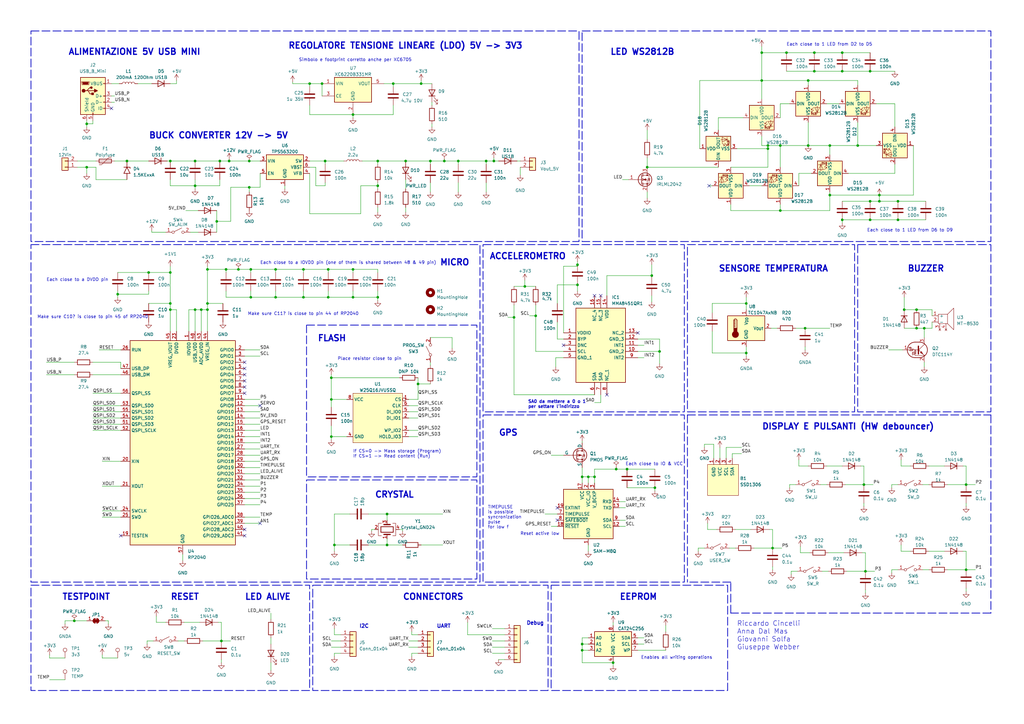
<source format=kicad_sch>
(kicad_sch (version 20230121) (generator eeschema)
  (paper "A3")
  (junction (at 330.2 134.62))
  (junction (at 85.09 124.46))
  (junction (at 360.68 82.55))
  (junction (at 69.85 66.04))
  (junction (at 334.01 29.21))
  (junction (at 396.24 233.68))
  (junction (at 241.3 195.58))
  (junction (at 176.53 66.04))
  (junction (at 161.29 34.29))
  (junction (at 199.39 66.04))
  (junction (at 252.73 192.405))
  (junction (at 370.84 127))
  (junction (at 52.07 66.04))
  (junction (at 375.92 134.62))
  (junction (at 320.04 86.36))
  (junction (at 268.605 200.025))
  (junction (at 210.82 130.175))
  (junction (at 368.3 90.17))
  (junction (at 113.03 110.49))
  (junction (at 134.62 110.49))
  (junction (at 312.42 33.02))
  (junction (at 351.79 59.69))
  (junction (at 102.87 110.49))
  (junction (at 144.78 121.92))
  (junction (at 127 34.29))
  (junction (at 80.01 66.04))
  (junction (at 80.01 127))
  (junction (at 88.9 90.805))
  (junction (at 102.235 66.04))
  (junction (at 314.96 59.69))
  (junction (at 124.46 121.92))
  (junction (at 265.43 68.58))
  (junction (at 69.85 111.76))
  (junction (at 144.78 46.99))
  (junction (at 113.03 121.92))
  (junction (at 356.87 90.17))
  (junction (at 171.45 157.48))
  (junction (at 85.09 127))
  (junction (at 69.85 127))
  (junction (at 154.94 121.92))
  (junction (at 219.71 129.54))
  (junction (at 154.94 76.2))
  (junction (at 187.96 66.04))
  (junction (at 102.87 121.92))
  (junction (at 124.46 110.49))
  (junction (at 257.175 192.405))
  (junction (at 251.46 271.78))
  (junction (at 69.85 124.46))
  (junction (at 132.08 34.29))
  (junction (at 154.94 66.04))
  (junction (at 267.335 113.03))
  (junction (at 331.47 33.02))
  (junction (at 90.17 66.04))
  (junction (at 345.44 29.21))
  (junction (at 93.98 66.04))
  (junction (at 182.245 66.04))
  (junction (at 92.71 110.49))
  (junction (at 316.865 224.79))
  (junction (at 354.33 198.755))
  (junction (at 356.87 29.21))
  (junction (at 158.75 223.52))
  (junction (at 166.37 66.04))
  (junction (at 158.75 210.82))
  (junction (at 35.56 50.8))
  (junction (at 238.76 195.58))
  (junction (at 172.72 34.29))
  (junction (at 331.47 59.69))
  (junction (at 137.16 223.52))
  (junction (at 345.44 90.17))
  (junction (at 85.09 110.49))
  (junction (at 312.42 21.59))
  (junction (at 102.235 76.835))
  (junction (at 80.01 76.2))
  (junction (at 314.96 60.96))
  (junction (at 144.78 110.49))
  (junction (at 35.56 68.58))
  (junction (at 238.76 266.7))
  (junction (at 379.095 134.62))
  (junction (at 238.76 264.16))
  (junction (at 60.96 111.76))
  (junction (at 360.68 80.01))
  (junction (at 135.89 179.07))
  (junction (at 215.265 117.475))
  (junction (at 134.62 121.92))
  (junction (at 48.26 120.65))
  (junction (at 375.92 127))
  (junction (at 135.89 163.83))
  (junction (at 30.48 254.635))
  (junction (at 340.36 59.69))
  (junction (at 90.805 262.89))
  (junction (at 354.965 234.315))
  (junction (at 236.855 116.84))
  (junction (at 97.79 110.49))
  (junction (at 368.3 82.55))
  (junction (at 322.58 21.59))
  (junction (at 82.55 127))
  (junction (at 356.87 82.55))
  (junction (at 306.07 124.46))
  (junction (at 306.07 144.78))
  (junction (at 320.04 59.69))
  (junction (at 340.36 80.01))
  (junction (at 270.51 144.145))
  (junction (at 243.84 195.58))
  (junction (at 133.35 66.04))
  (junction (at 135.89 154.94))
  (junction (at 236.855 108.585))
  (junction (at 396.24 198.755))
  (junction (at 202.565 66.04))
  (junction (at 334.01 21.59))
  (junction (at 345.44 21.59))
  (no_connect (at 45.72 44.45))
  (no_connect (at 100.33 161.29))
  (no_connect (at 49.53 219.71))
  (no_connect (at 243.84 121.285))
  (no_connect (at 231.14 141.605))
  (no_connect (at 106.68 214.63))
  (no_connect (at 228.6 213.36))
  (no_connect (at 100.33 158.75))
  (no_connect (at 261.62 136.525))
  (no_connect (at 100.33 156.21))
  (no_connect (at 100.33 148.59))
  (no_connect (at 100.33 217.17))
  (no_connect (at 228.6 208.28))
  (no_connect (at 100.33 151.13))
  (no_connect (at 290.83 76.2))
  (no_connect (at 100.33 219.71))
  (no_connect (at 248.92 161.925))
  (no_connect (at 246.38 121.285))
  (no_connect (at 106.68 166.37))
  (no_connect (at 100.33 153.67))
  (wire (pts (xy 41.91 212.09) (xy 49.53 212.09)))
  (wire (pts (xy 154.94 66.04) (xy 166.37 66.04)))
  (wire (pts (xy 77.47 135.89) (xy 77.47 127)))
  (wire (pts (xy 83.185 262.89) (xy 90.805 262.89)))
  (wire (pts (xy 52.07 73.66) (xy 39.37 73.66)))
  (wire (pts (xy 41.91 269.875) (xy 48.26 269.875)))
  (wire (pts (xy 19.05 153.67) (xy 30.48 153.67)))
  (wire (pts (xy 64.135 255.27) (xy 67.945 255.27)))
  (wire (pts (xy 120.015 33.655) (xy 120.015 34.29)))
  (wire (pts (xy 100.33 146.05) (xy 106.68 146.05)))
  (wire (pts (xy 38.1 173.99) (xy 49.53 173.99)))
  (wire (pts (xy 312.42 19.05) (xy 312.42 21.59)))
  (wire (pts (xy 38.1 166.37) (xy 49.53 166.37)))
  (wire (pts (xy 210.82 161.925) (xy 210.82 130.175)))
  (wire (pts (xy 365.76 198.755) (xy 368.3 198.755)))
  (wire (pts (xy 378.46 233.68) (xy 381 233.68)))
  (wire (pts (xy 394.97 191.135) (xy 396.24 191.135)))
  (wire (pts (xy 236.855 116.205) (xy 236.855 116.84)))
  (wire (pts (xy 251.46 271.78) (xy 251.46 273.05)))
  (wire (pts (xy 41.91 189.23) (xy 49.53 189.23)))
  (wire (pts (xy 85.09 124.46) (xy 85.09 127)))
  (wire (pts (xy 302.26 60.96) (xy 314.96 60.96)))
  (wire (pts (xy 161.29 34.29) (xy 161.29 35.56)))
  (wire (pts (xy 367.03 71.12) (xy 367.03 67.31)))
  (wire (pts (xy 100.33 189.23) (xy 106.68 189.23)))
  (wire (pts (xy 129.54 76.2) (xy 133.35 76.2)))
  (wire (pts (xy 127 71.12) (xy 127 87.63)))
  (wire (pts (xy 228.6 116.84) (xy 228.6 124.46)))
  (wire (pts (xy 299.72 83.82) (xy 299.72 86.36)))
  (wire (pts (xy 171.45 157.48) (xy 171.45 154.94)))
  (wire (pts (xy 347.98 71.12) (xy 367.03 71.12)))
  (wire (pts (xy 161.29 46.99) (xy 144.78 46.99)))
  (wire (pts (xy 73.025 262.89) (xy 75.565 262.89)))
  (wire (pts (xy 292.1 144.78) (xy 306.07 144.78)))
  (wire (pts (xy 379.095 148.59) (xy 379.095 150.495)))
  (wire (pts (xy 113.03 110.49) (xy 102.87 110.49)))
  (wire (pts (xy 163.83 217.17) (xy 165.1 217.17)))
  (wire (pts (xy 172.72 223.52) (xy 181.61 223.52)))
  (wire (pts (xy 204.47 270.51) (xy 207.01 270.51)))
  (wire (pts (xy 331.47 33.02) (xy 331.47 34.925)))
  (wire (pts (xy 69.85 66.04) (xy 80.01 66.04)))
  (wire (pts (xy 340.36 78.74) (xy 340.36 80.01)))
  (wire (pts (xy 360.68 82.55) (xy 368.3 82.55)))
  (wire (pts (xy 312.42 33.02) (xy 331.47 33.02)))
  (wire (pts (xy 268.605 200.025) (xy 268.605 201.295)))
  (wire (pts (xy 176.53 148.59) (xy 176.53 149.86)))
  (wire (pts (xy 100.33 168.91) (xy 106.68 168.91)))
  (wire (pts (xy 246.38 165.1) (xy 246.38 161.925)))
  (wire (pts (xy 396.24 233.68) (xy 400.05 233.68)))
  (wire (pts (xy 381 191.135) (xy 387.35 191.135)))
  (wire (pts (xy 116.84 76.2) (xy 116.84 77.47)))
  (wire (pts (xy 60.325 262.89) (xy 62.865 262.89)))
  (wire (pts (xy 378.46 198.755) (xy 381 198.755)))
  (wire (pts (xy 100.33 163.83) (xy 106.68 163.83)))
  (wire (pts (xy 351.79 33.02) (xy 351.79 34.925)))
  (wire (pts (xy 111.125 251.46) (xy 111.125 254)))
  (wire (pts (xy 106.68 71.12) (xy 106.68 76.835)))
  (wire (pts (xy 292.735 182.245) (xy 288.925 182.245)))
  (wire (pts (xy 356.87 29.21) (xy 367.03 29.21)))
  (wire (pts (xy 62.23 95.25) (xy 67.945 95.25)))
  (wire (pts (xy 49.53 148.59) (xy 49.53 151.13)))
  (wire (pts (xy 43.18 254.635) (xy 44.45 254.635)))
  (wire (pts (xy 137.16 260.35) (xy 139.7 260.35)))
  (wire (pts (xy 369.57 191.135) (xy 373.38 191.135)))
  (wire (pts (xy 167.64 168.91) (xy 171.45 168.91)))
  (wire (pts (xy 171.45 163.83) (xy 171.45 157.48)))
  (wire (pts (xy 142.24 163.83) (xy 135.89 163.83)))
  (wire (pts (xy 80.01 73.66) (xy 80.01 76.2)))
  (wire (pts (xy 219.71 144.145) (xy 219.71 129.54)))
  (wire (pts (xy 168.91 260.35) (xy 171.45 260.35)))
  (wire (pts (xy 238.76 261.62) (xy 238.76 264.16)))
  (wire (pts (xy 340.36 59.69) (xy 340.36 63.5)))
  (wire (pts (xy 231.14 139.065) (xy 228.6 139.065)))
  (wire (pts (xy 331.47 59.69) (xy 340.36 59.69)))
  (wire (pts (xy 248.92 113.03) (xy 267.335 113.03)))
  (wire (pts (xy 187.96 66.04) (xy 187.96 67.31)))
  (wire (pts (xy 154.94 123.19) (xy 154.94 121.92)))
  (wire (pts (xy 172.72 34.29) (xy 177.165 34.29)))
  (wire (pts (xy 46.99 66.04) (xy 52.07 66.04)))
  (wire (pts (xy 292.1 124.46) (xy 306.07 124.46)))
  (wire (pts (xy 85.09 124.46) (xy 91.44 124.46)))
  (wire (pts (xy 334.01 29.21) (xy 345.44 29.21)))
  (wire (pts (xy 374.65 59.69) (xy 374.65 80.01)))
  (wire (pts (xy 238.76 266.7) (xy 241.3 266.7)))
  (wire (pts (xy 270.51 139.065) (xy 270.51 144.145)))
  (wire (pts (xy 166.37 66.04) (xy 176.53 66.04)))
  (wire (pts (xy 322.58 29.21) (xy 334.01 29.21)))
  (wire (pts (xy 26.67 255.905) (xy 26.67 254.635)))
  (wire (pts (xy 238.76 195.58) (xy 238.76 198.12)))
  (wire (pts (xy 241.3 195.58) (xy 238.76 195.58)))
  (wire (pts (xy 287.02 60.96) (xy 287.02 33.02)))
  (wire (pts (xy 167.64 262.89) (xy 171.45 262.89)))
  (wire (pts (xy 93.98 66.04) (xy 102.235 66.04)))
  (wire (pts (xy 127 46.99) (xy 144.78 46.99)))
  (wire (pts (xy 80.01 76.2) (xy 80.01 77.47)))
  (wire (pts (xy 137.16 226.06) (xy 137.16 223.52)))
  (wire (pts (xy 41.91 199.39) (xy 49.53 199.39)))
  (wire (pts (xy 30.48 254.635) (xy 35.56 254.635)))
  (wire (pts (xy 243.84 192.405) (xy 252.73 192.405)))
  (wire (pts (xy 144.78 46.99) (xy 144.78 48.26)))
  (wire (pts (xy 219.71 144.145) (xy 231.14 144.145)))
  (wire (pts (xy 261.62 261.62) (xy 264.16 261.62)))
  (wire (pts (xy 328.295 226.695) (xy 332.105 226.695)))
  (wire (pts (xy 265.43 78.74) (xy 265.43 81.28)))
  (wire (pts (xy 56.515 34.29) (xy 62.23 34.29)))
  (wire (pts (xy 100.33 191.77) (xy 106.68 191.77)))
  (wire (pts (xy 45.72 34.29) (xy 48.895 34.29)))
  (wire (pts (xy 38.1 49.53) (xy 38.1 50.8)))
  (wire (pts (xy 120.015 34.29) (xy 127 34.29)))
  (wire (pts (xy 339.725 226.695) (xy 346.075 226.695)))
  (wire (pts (xy 345.44 90.17) (xy 356.87 90.17)))
  (wire (pts (xy 158.75 223.52) (xy 165.1 223.52)))
  (wire (pts (xy 315.595 217.17) (xy 316.865 217.17)))
  (wire (pts (xy 199.39 74.93) (xy 199.39 78.74)))
  (wire (pts (xy 254 215.9) (xy 256.54 215.9)))
  (wire (pts (xy 323.85 198.755) (xy 326.39 198.755)))
  (wire (pts (xy 299.72 86.36) (xy 320.04 86.36)))
  (wire (pts (xy 77.47 127) (xy 80.01 127)))
  (wire (pts (xy 176.53 74.93) (xy 176.53 78.74)))
  (wire (pts (xy 64.135 252.73) (xy 64.135 255.27)))
  (wire (pts (xy 60.96 111.76) (xy 69.85 111.76)))
  (wire (pts (xy 147.955 76.2) (xy 154.94 76.2)))
  (wire (pts (xy 299.72 68.58) (xy 314.96 68.58)))
  (wire (pts (xy 92.71 121.92) (xy 102.87 121.92)))
  (wire (pts (xy 69.85 76.2) (xy 80.01 76.2)))
  (wire (pts (xy 60.96 124.46) (xy 69.85 124.46)))
  (wire (pts (xy 48.26 120.65) (xy 48.26 121.92)))
  (wire (pts (xy 306.07 124.46) (xy 306.07 127)))
  (wire (pts (xy 236.855 116.84) (xy 236.855 119.38)))
  (wire (pts (xy 44.45 254.635) (xy 44.45 255.905)))
  (wire (pts (xy 102.87 121.92) (xy 113.03 121.92)))
  (wire (pts (xy 301.625 217.17) (xy 307.975 217.17)))
  (wire (pts (xy 254 213.36) (xy 256.54 213.36)))
  (wire (pts (xy 94.615 76.835) (xy 94.615 90.805)))
  (wire (pts (xy 312.42 76.2) (xy 307.34 76.2)))
  (polyline (pts (xy 281.94 170.18) (xy 281.94 238.76)) (stroke (width 0.3) (type dash)))
  (wire (pts (xy 85.09 109.22) (xy 85.09 110.49)))
  (wire (pts (xy 316.865 232.41) (xy 316.865 233.68)))
  (wire (pts (xy 347.345 234.315) (xy 354.965 234.315)))
  (wire (pts (xy 346.71 198.755) (xy 354.33 198.755)))
  (wire (pts (xy 113.03 119.38) (xy 113.03 121.92)))
  (wire (pts (xy 370.84 134.62) (xy 375.92 134.62)))
  (wire (pts (xy 312.42 21.59) (xy 322.58 21.59)))
  (wire (pts (xy 334.01 21.59) (xy 345.44 21.59)))
  (wire (pts (xy 158.75 210.82) (xy 181.61 210.82)))
  (wire (pts (xy 375.92 134.62) (xy 379.095 134.62)))
  (wire (pts (xy 134.62 119.38) (xy 134.62 121.92)))
  (wire (pts (xy 337.185 234.315) (xy 339.725 234.315)))
  (wire (pts (xy 381 226.06) (xy 387.35 226.06)))
  (wire (pts (xy 345.44 21.59) (xy 356.87 21.59)))
  (wire (pts (xy 113.03 110.49) (xy 124.46 110.49)))
  (wire (pts (xy 236.855 109.22) (xy 231.14 109.22)))
  (wire (pts (xy 306.07 144.78) (xy 306.07 146.05)))
  (wire (pts (xy 26.67 269.875) (xy 20.32 269.875)))
  (wire (pts (xy 88.9 86.36) (xy 88.9 90.805)))
  (wire (pts (xy 227.965 146.685) (xy 227.965 150.495)))
  (wire (pts (xy 133.35 66.04) (xy 140.97 66.04)))
  (wire (pts (xy 328.295 224.155) (xy 328.295 226.695)))
  (wire (pts (xy 354.965 241.935) (xy 354.965 243.205)))
  (wire (pts (xy 100.33 199.39) (xy 106.68 199.39)))
  (wire (pts (xy 261.62 146.685) (xy 264.16 146.685)))
  (wire (pts (xy 208.28 130.175) (xy 210.82 130.175)))
  (wire (pts (xy 100.33 207.01) (xy 106.68 207.01)))
  (wire (pts (xy 331.47 33.02) (xy 351.79 33.02)))
  (wire (pts (xy 167.64 176.53) (xy 171.45 176.53)))
  (wire (pts (xy 292.735 187.96) (xy 292.735 182.245)))
  (wire (pts (xy 157.48 34.29) (xy 161.29 34.29)))
  (wire (pts (xy 261.62 266.7) (xy 273.05 266.7)))
  (wire (pts (xy 267.335 113.03) (xy 267.335 113.665)))
  (wire (pts (xy 191.77 260.35) (xy 191.77 255.27)))
  (wire (pts (xy 356.87 82.55) (xy 360.68 82.55)))
  (wire (pts (xy 226.06 186.69) (xy 231.14 186.69)))
  (wire (pts (xy 261.62 264.16) (xy 264.16 264.16)))
  (wire (pts (xy 93.98 65.405) (xy 93.98 66.04)))
  (wire (pts (xy 312.42 59.69) (xy 314.96 59.69)))
  (wire (pts (xy 35.56 49.53) (xy 35.56 50.8)))
  (wire (pts (xy 132.08 34.29) (xy 132.08 39.37)))
  (wire (pts (xy 207.01 260.35) (xy 191.77 260.35)))
  (wire (pts (xy 324.485 234.315) (xy 327.025 234.315)))
  (wire (pts (xy 80.01 127) (xy 82.55 127)))
  (wire (pts (xy 248.92 121.285) (xy 248.92 113.03)))
  (wire (pts (xy 80.01 127) (xy 80.01 135.89)))
  (wire (pts (xy 369.57 223.52) (xy 369.57 226.06)))
  (wire (pts (xy 144.78 110.49) (xy 134.62 110.49)))
  (wire (pts (xy 135.89 179.07) (xy 135.89 180.34)))
  (wire (pts (xy 326.39 134.62) (xy 330.2 134.62)))
  (wire (pts (xy 367.03 42.545) (xy 367.03 52.07)))
  (wire (pts (xy 97.79 110.49) (xy 92.71 110.49)))
  (wire (pts (xy 100.33 201.93) (xy 106.68 201.93)))
  (wire (pts (xy 286.385 224.79) (xy 288.925 224.79)))
  (wire (pts (xy 257.175 200.025) (xy 268.605 200.025)))
  (wire (pts (xy 72.39 135.89) (xy 72.39 127)))
  (wire (pts (xy 74.93 229.87) (xy 74.93 227.33)))
  (wire (pts (xy 267.335 108.585) (xy 267.335 113.03)))
  (wire (pts (xy 92.71 110.49) (xy 85.09 110.49)))
  (wire (pts (xy 294.64 53.34) (xy 294.64 48.26)))
  (wire (pts (xy 113.03 121.92) (xy 124.46 121.92)))
  (wire (pts (xy 396.24 226.06) (xy 396.24 233.68)))
  (wire (pts (xy 124.46 121.92) (xy 134.62 121.92)))
  (wire (pts (xy 320.04 86.36) (xy 340.36 86.36)))
  (wire (pts (xy 374.65 80.01) (xy 360.68 80.01)))
  (wire (pts (xy 60.325 264.16) (xy 60.325 262.89)))
  (wire (pts (xy 38.1 148.59) (xy 49.53 148.59)))
  (wire (pts (xy 100.33 143.51) (xy 106.68 143.51)))
  (wire (pts (xy 369.57 188.595) (xy 369.57 191.135)))
  (wire (pts (xy 100.33 179.07) (xy 106.68 179.07)))
  (wire (pts (xy 231.14 146.685) (xy 227.965 146.685)))
  (wire (pts (xy 137.16 210.82) (xy 137.16 223.52)))
  (wire (pts (xy 142.24 179.07) (xy 135.89 179.07)))
  (wire (pts (xy 379.095 134.62) (xy 379.095 138.43)))
  (wire (pts (xy 68.58 66.04) (xy 69.85 66.04)))
  (wire (pts (xy 388.62 198.755) (xy 396.24 198.755)))
  (wire (pts (xy 339.09 42.545) (xy 344.17 42.545)))
  (wire (pts (xy 354.33 206.375) (xy 354.33 207.645)))
  (wire (pts (xy 201.93 257.81) (xy 207.01 257.81)))
  (wire (pts (xy 286.385 226.06) (xy 286.385 224.79)))
  (wire (pts (xy 41.91 268.605) (xy 41.91 269.875)))
  (wire (pts (xy 396.24 191.135) (xy 396.24 198.755)))
  (wire (pts (xy 336.55 198.755) (xy 339.09 198.755)))
  (wire (pts (xy 254 208.28) (xy 256.54 208.28)))
  (wire (pts (xy 241.3 198.12) (xy 241.3 195.58)))
  (polyline (pts (xy 406.4 251.46) (xy 299.72 251.46)) (stroke (width 0.3) (type dash)))
  (polyline (pts (xy 406.4 170.18) (xy 406.4 251.46)) (stroke (width 0.3) (type dash)))
  (wire (pts (xy 52.07 66.04) (xy 60.96 66.04)))
  (wire (pts (xy 135.89 262.89) (xy 139.7 262.89)))
  (wire (pts (xy 100.33 171.45) (xy 106.68 171.45)))
  (wire (pts (xy 201.93 267.97) (xy 207.01 267.97)))
  (wire (pts (xy 75.565 255.27) (xy 81.915 255.27)))
  (wire (pts (xy 154.94 66.04) (xy 154.94 67.31)))
  (wire (pts (xy 39.37 73.66) (xy 39.37 68.58)))
  (wire (pts (xy 94.615 90.805) (xy 88.9 90.805)))
  (wire (pts (xy 238.76 271.78) (xy 251.46 271.78)))
  (wire (pts (xy 76.2 86.36) (xy 81.28 86.36)))
  (wire (pts (xy 102.235 66.04) (xy 106.68 66.04)))
  (wire (pts (xy 261.62 139.065) (xy 270.51 139.065)))
  (wire (pts (xy 332.74 71.12) (xy 327.66 71.12)))
  (wire (pts (xy 135.89 154.94) (xy 163.83 154.94)))
  (wire (pts (xy 351.79 59.69) (xy 359.41 59.69)))
  (wire (pts (xy 127 43.18) (xy 127 46.99)))
  (wire (pts (xy 396.24 241.3) (xy 396.24 242.57)))
  (wire (pts (xy 152.4 217.805) (xy 152.4 217.17)))
  (wire (pts (xy 177.165 43.18) (xy 177.165 41.91)))
  (wire (pts (xy 345.44 82.55) (xy 356.87 82.55)))
  (wire (pts (xy 168.91 259.08) (xy 168.91 260.35)))
  (wire (pts (xy 167.64 171.45) (xy 171.45 171.45)))
  (wire (pts (xy 185.42 138.43) (xy 185.42 142.875)))
  (wire (pts (xy 31.75 68.58) (xy 35.56 68.58)))
  (wire (pts (xy 100.33 184.15) (xy 106.68 184.15)))
  (wire (pts (xy 368.3 82.55) (xy 379.73 82.55)))
  (wire (pts (xy 243.84 195.58) (xy 241.3 195.58)))
  (wire (pts (xy 39.37 68.58) (xy 35.56 68.58)))
  (wire (pts (xy 359.41 42.545) (xy 367.03 42.545)))
  (wire (pts (xy 111.125 271.78) (xy 111.125 274.955)))
  (wire (pts (xy 364.49 143.51) (xy 370.205 143.51)))
  (wire (pts (xy 340.36 80.01) (xy 340.36 86.36)))
  (wire (pts (xy 113.03 110.49) (xy 113.03 111.76)))
  (wire (pts (xy 100.33 176.53) (xy 106.68 176.53)))
  (wire (pts (xy 396.24 198.755) (xy 400.05 198.755)))
  (wire (pts (xy 201.93 265.43) (xy 207.01 265.43)))
  (wire (pts (xy 144.78 110.49) (xy 144.78 111.76)))
  (wire (pts (xy 294.64 48.26) (xy 304.8 48.26)))
  (wire (pts (xy 320.04 42.545) (xy 323.85 42.545)))
  (wire (pts (xy 223.52 210.82) (xy 228.6 210.82)))
  (wire (pts (xy 69.85 111.76) (xy 69.85 124.46)))
  (wire (pts (xy 106.68 76.835) (xy 102.235 76.835)))
  (wire (pts (xy 134.62 110.49) (xy 134.62 111.76)))
  (wire (pts (xy 168.91 269.24) (xy 168.91 267.97)))
  (wire (pts (xy 327.66 71.12) (xy 327.66 76.2)))
  (wire (pts (xy 316.23 134.62) (xy 318.77 134.62)))
  (wire (pts (xy 102.87 119.38) (xy 102.87 121.92)))
  (wire (pts (xy 290.83 76.2) (xy 292.1 76.2)))
  (wire (pts (xy 375.92 127) (xy 382.27 127)))
  (wire (pts (xy 292.1 128.27) (xy 292.1 124.46)))
  (wire (pts (xy 82.55 127) (xy 85.09 127)))
  (wire (pts (xy 19.05 148.59) (xy 30.48 148.59)))
  (wire (pts (xy 339.09 191.135) (xy 345.44 191.135)))
  (wire (pts (xy 165.1 217.17) (xy 165.1 217.805)))
  (wire (pts (xy 177.165 52.07) (xy 177.165 50.8)))
  (wire (pts (xy 26.67 254.635) (xy 30.48 254.635)))
  (wire (pts (xy 176.53 138.43) (xy 185.42 138.43)))
  (wire (pts (xy 210.82 125.095) (xy 210.82 130.175)))
  (wire (pts (xy 154.94 119.38) (xy 154.94 121.92)))
  (wire (pts (xy 314.96 60.96) (xy 314.96 59.69)))
  (wire (pts (xy 382.27 127) (xy 382.27 129.54)))
  (wire (pts (xy 100.33 214.63) (xy 106.68 214.63)))
  (wire (pts (xy 124.46 110.49) (xy 124.46 111.76)))
  (wire (pts (xy 330.2 134.62) (xy 340.36 134.62)))
  (wire (pts (xy 354.33 191.135) (xy 354.33 198.755)))
  (wire (pts (xy 69.85 109.22) (xy 69.85 111.76)))
  (wire (pts (xy 238.76 266.7) (xy 238.76 271.78)))
  (wire (pts (xy 257.175 192.405) (xy 268.605 192.405)))
  (wire (pts (xy 265.43 68.58) (xy 294.64 68.58)))
  (wire (pts (xy 38.1 161.29) (xy 49.53 161.29)))
  (wire (pts (xy 320.04 59.69) (xy 331.47 59.69)))
  (wire (pts (xy 261.62 141.605) (xy 264.16 141.605)))
  (wire (pts (xy 124.46 119.38) (xy 124.46 121.92)))
  (wire (pts (xy 135.89 153.67) (xy 135.89 154.94)))
  (wire (pts (xy 354.965 226.695) (xy 354.965 234.315)))
  (wire (pts (xy 312.42 33.02) (xy 312.42 40.64)))
  (wire (pts (xy 213.36 68.58) (xy 213.36 71.755)))
  (wire (pts (xy 375.92 127) (xy 370.84 127)))
  (wire (pts (xy 92.71 119.38) (xy 92.71 121.92)))
  (wire (pts (xy 306.07 142.24) (xy 306.07 144.78)))
  (wire (pts (xy 166.37 77.47) (xy 166.37 73.66)))
  (wire (pts (xy 38.1 171.45) (xy 49.53 171.45)))
  (wire (pts (xy 314.96 59.69) (xy 320.04 59.69)))
  (wire (pts (xy 152.4 217.17) (xy 153.67 217.17)))
  (wire (pts (xy 243.84 161.925) (xy 210.82 161.925)))
  (wire (pts (xy 100.33 173.99) (xy 106.68 173.99)))
  (wire (pts (xy 147.955 87.63) (xy 147.955 76.2)))
  (wire (pts (xy 135.89 163.83) (xy 135.89 167.005)))
  (wire (pts (xy 171.45 157.48) (xy 176.53 157.48)))
  (wire (pts (xy 324.485 235.585) (xy 324.485 234.315)))
  (wire (pts (xy 316.865 224.79) (xy 320.675 224.79)))
  (wire (pts (xy 368.3 90.17) (xy 379.73 90.17)))
  (wire (pts (xy 134.62 110.49) (xy 124.46 110.49)))
  (wire (pts (xy 288.925 182.245) (xy 288.925 183.515)))
  (wire (pts (xy 133.35 76.2) (xy 133.35 74.93)))
  (wire (pts (xy 217.17 129.54) (xy 219.71 129.54)))
  (wire (pts (xy 69.85 34.29) (xy 72.39 34.29)))
  (wire (pts (xy 287.02 33.02) (xy 312.42 33.02)))
  (wire (pts (xy 137.16 269.24) (xy 137.16 267.97)))
  (wire (pts (xy 365.76 200.025) (xy 365.76 198.755)))
  (wire (pts (xy 236.855 109.22) (xy 236.855 108.585)))
  (wire (pts (xy 92.71 110.49) (xy 92.71 111.76)))
  (wire (pts (xy 137.16 267.97) (xy 139.7 267.97)))
  (wire (pts (xy 20.32 269.875) (xy 20.32 268.605)))
  (wire (pts (xy 202.565 64.77) (xy 202.565 66.04)))
  (wire (pts (xy 312.42 55.88) (xy 312.42 59.69)))
  (wire (pts (xy 127 35.56) (xy 127 34.29)))
  (wire (pts (xy 69.85 127) (xy 69.85 124.46)))
  (wire (pts (xy 238.76 191.77) (xy 238.76 195.58)))
  (wire (pts (xy 48.26 111.76) (xy 60.96 111.76)))
  (wire (pts (xy 297.815 183.515) (xy 304.165 183.515)))
  (polyline (pts (xy 281.94 170.18) (xy 406.4 170.18)) (stroke (width 0.3) (type dash)))
  (wire (pts (xy 100.33 212.09) (xy 106.68 212.09)))
  (wire (pts (xy 69.85 135.89) (xy 69.85 127)))
  (wire (pts (xy 327.66 188.595) (xy 327.66 191.135)))
  (wire (pts (xy 48.26 119.38) (xy 48.26 120.65)))
  (wire (pts (xy 238.76 264.16) (xy 238.76 266.7)))
  (wire (pts (xy 41.91 209.55) (xy 49.53 209.55)))
  (wire (pts (xy 167.64 163.83) (xy 171.45 163.83)))
  (wire (pts (xy 20.32 278.765) (xy 26.67 278.765)))
  (wire (pts (xy 154.94 74.93) (xy 154.94 76.2)))
  (wire (pts (xy 158.75 220.98) (xy 158.75 223.52)))
  (wire (pts (xy 320.04 48.26) (xy 320.04 42.545)))
  (wire (pts (xy 45.72 41.91) (xy 46.99 41.91)))
  (wire (pts (xy 320.04 68.58) (xy 320.04 59.69)))
  (wire (pts (xy 340.36 59.69) (xy 351.79 59.69)))
  (polyline (pts (xy 299.72 238.76) (xy 281.94 238.76)) (stroke (width 0.3) (type dash)))
  (wire (pts (xy 127 66.04) (xy 133.35 66.04)))
  (wire (pts (xy 297.815 187.96) (xy 297.815 183.515)))
  (wire (pts (xy 31.75 66.04) (xy 39.37 66.04)))
  (wire (pts (xy 312.42 21.59) (xy 312.42 33.02)))
  (wire (pts (xy 265.43 64.77) (xy 265.43 68.58)))
  (wire (pts (xy 340.36 80.01) (xy 360.68 80.01)))
  (wire (pts (xy 154.94 85.09) (xy 154.94 86.995)))
  (wire (pts (xy 226.06 215.9) (xy 228.6 215.9)))
  (wire (pts (xy 212.09 66.04) (xy 213.36 66.04)))
  (wire (pts (xy 320.04 83.82) (xy 320.04 86.36)))
  (wire (pts (xy 314.96 68.58) (xy 314.96 60.96)))
  (wire (pts (xy 161.29 34.29) (xy 172.72 34.29)))
  (wire (pts (xy 38.1 168.91) (xy 49.53 168.91)))
  (wire (pts (xy 85.09 127) (xy 85.09 135.89)))
  (wire (pts (xy 135.89 174.625) (xy 135.89 179.07)))
  (wire (pts (xy 290.195 217.17) (xy 294.005 217.17)))
  (wire (pts (xy 270.51 144.145) (xy 270.51 149.225)))
  (wire (pts (xy 148.59 66.04) (xy 154.94 66.04)))
  (wire (pts (xy 243.84 192.405) (xy 243.84 195.58)))
  (wire (pts (xy 306.07 121.92) (xy 306.07 124.46)))
  (wire (pts (xy 353.695 226.695) (xy 354.965 226.695)))
  (wire (pts (xy 111.125 261.62) (xy 111.125 264.16)))
  (wire (pts (xy 238.76 264.16) (xy 241.3 264.16)))
  (wire (pts (xy 327.66 191.135) (xy 331.47 191.135)))
  (wire (pts (xy 100.33 166.37) (xy 106.68 166.37)))
  (wire (pts (xy 144.78 119.38) (xy 144.78 121.92)))
  (wire (pts (xy 176.53 66.04) (xy 182.245 66.04)))
  (wire (pts (xy 127 87.63) (xy 147.955 87.63)))
  (wire (pts (xy 90.17 66.04) (xy 93.98 66.04)))
  (wire (pts (xy 331.47 50.165) (xy 331.47 59.69)))
  (wire (pts (xy 243.84 165.1) (xy 246.38 165.1)))
  (wire (pts (xy 151.13 223.52) (xy 158.75 223.52)))
  (wire (pts (xy 89.535 255.27) (xy 90.805 255.27)))
  (wire (pts (xy 166.37 85.09) (xy 166.37 86.995)))
  (wire (pts (xy 236.855 107.315) (xy 236.855 108.585)))
  (wire (pts (xy 215.265 117.475) (xy 219.71 117.475)))
  (wire (pts (xy 199.39 66.04) (xy 202.565 66.04)))
  (wire (pts (xy 100.33 186.69) (xy 106.68 186.69)))
  (wire (pts (xy 62.23 94.615) (xy 62.23 95.25)))
  (wire (pts (xy 144.78 121.92) (xy 154.94 121.92)))
  (wire (pts (xy 241.3 261.62) (xy 238.76 261.62)))
  (wire (pts (xy 360.68 80.01) (xy 360.68 82.55)))
  (wire (pts (xy 290.195 214.63) (xy 290.195 217.17)))
  (wire (pts (xy 135.89 265.43) (xy 139.7 265.43)))
  (wire (pts (xy 69.85 127) (xy 72.39 127)))
  (wire (pts (xy 38.1 153.67) (xy 49.53 153.67)))
  (wire (pts (xy 82.55 127) (xy 82.55 135.89)))
  (wire (pts (xy 85.09 110.49) (xy 85.09 124.46)))
  (wire (pts (xy 80.01 66.04) (xy 90.17 66.04)))
  (wire (pts (xy 137.16 257.81) (xy 137.16 260.35)))
  (wire (pts (xy 137.16 223.52) (xy 143.51 223.52)))
  (wire (pts (xy 135.89 154.94) (xy 135.89 163.83)))
  (wire (pts (xy 102.87 110.49) (xy 102.87 111.76)))
  (wire (pts (xy 90.805 255.27) (xy 90.805 262.89)))
  (wire (pts (xy 354.965 234.315) (xy 358.775 234.315)))
  (wire (pts (xy 304.165 186.055) (xy 300.355 186.055)))
  (wire (pts (xy 90.805 270.51) (xy 90.805 271.78)))
  (wire (pts (xy 102.235 78.74) (xy 102.235 76.835)))
  (wire (pts (xy 127 68.58) (xy 129.54 68.58)))
  (wire (pts (xy 151.13 210.82) (xy 158.75 210.82)))
  (wire (pts (xy 210.82 117.475) (xy 215.265 117.475)))
  (wire (pts (xy 78.105 95.25) (xy 81.28 95.25)))
  (wire (pts (xy 38.1 176.53) (xy 49.53 176.53)))
  (wire (pts (xy 133.35 66.04) (xy 133.35 67.31)))
  (wire (pts (xy 100.33 181.61) (xy 106.68 181.61)))
  (wire (pts (xy 369.57 226.06) (xy 373.38 226.06)))
  (wire (pts (xy 257.175 192.405) (xy 252.73 192.405)))
  (wire (pts (xy 265.43 53.34) (xy 265.43 57.15)))
  (wire (pts (xy 127 34.29) (xy 132.08 34.29)))
  (wire (pts (xy 38.1 50.8) (xy 35.56 50.8)))
  (wire (pts (xy 69.85 73.66) (xy 69.85 76.2)))
  (wire (pts (xy 168.91 267.97) (xy 171.45 267.97)))
  (wire (pts (xy 143.51 210.82) (xy 137.16 210.82)))
  (wire (pts (xy 254 205.74) (xy 256.54 205.74)))
  (wire (pts (xy 365.76 234.95) (xy 365.76 233.68)))
  (wire (pts (xy 102.235 76.835) (xy 94.615 76.835)))
  (wire (pts (xy 90.17 73.66) (xy 90.17 76.2)))
  (wire (pts (xy 299.085 224.79) (xy 301.625 224.79)))
  (wire (pts (xy 273.05 256.54) (xy 273.05 259.08)))
  (wire (pts (xy 100.33 204.47) (xy 106.68 204.47)))
  (wire (pts (xy 365.76 233.68) (xy 368.3 233.68)))
  (wire (pts (xy 252.73 191.77) (xy 252.73 192.405)))
  (wire (pts (xy 316.865 217.17) (xy 316.865 224.79)))
  (wire (pts (xy 345.44 90.17) (xy 345.44 91.44)))
  (wire (pts (xy 158.75 210.82) (xy 158.75 213.36)))
  (wire (pts (xy 309.245 224.79) (xy 316.865 224.79)))
  (wire (pts (xy 394.97 226.06) (xy 396.24 226.06)))
  (wire (pts (xy 382.27 132.08) (xy 382.27 134.62)))
  (wire (pts (xy 354.33 198.755) (xy 358.14 198.755)))
  (wire (pts (xy 102.87 110.49) (xy 97.79 110.49)))
  (wire (pts (xy 292.1 135.89) (xy 292.1 144.78)))
  (wire (pts (xy 202.565 66.04) (xy 204.47 66.04)))
  (wire (pts (xy 323.85 200.025) (xy 323.85 198.755)))
  (wire (pts (xy 134.62 121.92) (xy 144.78 121.92)))
  (wire (pts (xy 154.94 76.2) (xy 154.94 77.47)))
  (wire (pts (xy 187.96 74.93) (xy 187.96 78.74)))
  (wire (pts (xy 35.56 68.58) (xy 35.56 71.12)))
  (wire (pts (xy 154.94 110.49) (xy 144.78 110.49)))
  (wire (pts (xy 167.64 166.37) (xy 171.45 166.37)))
  (wire (pts (xy 251.46 255.27) (xy 251.46 256.54)))
  (wire (pts (xy 60.96 120.65) (xy 48.26 120.65)))
  (wire (pts (xy 172.72 33.02) (xy 172.72 34.29)))
  (wire (pts (xy 300.355 186.055) (xy 300.355 187.96)))
  (wire (pts (xy 388.62 233.68) (xy 396.24 233.68)))
  (wire (pts (xy 90.805 262.89) (xy 94.615 262.89)))
  (wire (pts (xy 72.39 33.02) (xy 72.39 34.29)))
  (wire (pts (xy 261.62 144.145) (xy 270.51 144.145)))
  (polyline (pts (xy 299.72 251.46) (xy 299.72 238.76)) (stroke (width 0.3) (type dash)))
  (wire (pts (xy 228.6 132.08) (xy 228.6 139.065)))
  (wire (pts (xy 267.335 121.285) (xy 267.335 123.825)))
  (wire (pts (xy 35.56 52.07) (xy 35.56 50.8)))
  (wire (pts (xy 60.96 119.38) (xy 60.96 120.65)))
  (wire (pts (xy 330.2 142.24) (xy 330.2 143.51)))
  (wire (pts (xy 243.84 198.12) (xy 243.84 195.58)))
  (wire (pts (xy 241.3 223.52) (xy 241.3 226.06)))
  (wire (pts (xy 199.39 66.04) (xy 199.39 67.31)))
  (wire (pts (xy 370.84 121.92) (xy 370.84 127)))
  (wire (pts (xy 231.14 136.525) (xy 231.14 109.22)))
  (wire (pts (xy 382.27 134.62) (xy 379.095 134.62)))
  (wire (pts (xy 129.54 68.58) (xy 129.54 76.2)))
  (wire (pts (xy 167.64 265.43) (xy 171.45 265.43)))
  (wire (pts (xy 345.44 29.21) (xy 356.87 29.21)))
  (wire (pts (xy 100.33 196.85) (xy 106.68 196.85)))
  (wire (pts (xy 45.72 39.37) (xy 46.99 39.37)))
  (wire (pts (xy 322.58 21.59) (xy 334.01 21.59)))
  (wire (pts (xy 295.275 183.515) (xy 295.275 187.96)))
  (wire (pts (xy 238.76 180.975) (xy 238.76 181.61)))
  (wire (pts (xy 161.29 43.18) (xy 161.29 46.99)))
  (wire (pts (xy 40.64 143.51) (xy 49.53 143.51)))
  (wire (pts (xy 351.79 50.165) (xy 351.79 59.69)))
  (wire (pts (xy 201.93 262.89) (xy 207.01 262.89)))
  (wire (pts (xy 176.53 66.04) (xy 176.53 67.31)))
  (wire (pts (xy 88.9 90.805) (xy 88.9 95.25)))
  (wire (pts (xy 219.71 125.095) (xy 219.71 129.54)))
  (wire (pts (xy 215.265 117.475) (xy 215.265 114.935)))
  (wire (pts (xy 154.94 111.76) (xy 154.94 110.49)))
  (wire (pts (xy 182.245 65.405) (xy 182.245 66.04)))
  (wire (pts (xy 90.17 76.2) (xy 80.01 76.2)))
  (wire (pts (xy 255.27 73.66) (xy 257.81 73.66)))
  (wire (pts (xy 396.24 206.375) (xy 396.24 207.645)))
  (wire (pts (xy 100.33 194.31) (xy 106.68 194.31)))
  (wire (pts (xy 187.96 66.04) (xy 199.39 66.04)))
  (wire (pts (xy 353.06 191.135) (xy 354.33 191.135)))
  (wire (pts (xy 182.245 66.04) (xy 187.96 66.04)))
  (wire (pts (xy 228.6 116.84) (xy 236.855 116.84)))
  (wire (pts (xy 167.64 179.07) (xy 171.45 179.07)))
  (wire (pts (xy 356.87 90.17) (xy 368.3 90.17)))
  (rectangle (start 125.73 196.85) (end 195.58 237.49) (stroke (width 0.3) (type dash)))
  (rectangle (start 12.7 240.03) (end 127 283.21) (stroke (width 0.3) (type dash)))
  (rectangle (start 12.7 100.33) (end 196.85 238.76) (stroke (width 0.3) (type dash)))
  (rectangle (start 12.7 12.7) (end 237.49 99.06) (stroke (width 0.3) (type dash)))
  (rectangle (start 226.06 240.03) (end 298.45 283.21) (stroke (width 0.3) (type dash)))
  (rectangle (start 238.76 12.7) (end 406.4 99.06) (stroke (width 0.3) (type dash)))
  (rectangle (start 198.12 100.33) (end 280.67 168.91) (stroke (width 0.3) (type dash)))
  (rectangle (start 351.79 100.33) (end 406.4 168.91) (stroke (width 0.3) (type dash)))
  (rectangle (start 125.73 133.35) (end 195.58 195.58) (stroke (width 0.3) (type dash)))
  (rectangle (start 198.12 170.18) (end 280.67 238.76) (stroke (width 0.3) (type dash)))
  (rectangle (start 66.04 283.21) (end 66.04 283.21))
  (rectangle (start 281.94 100.33) (end 350.52 168.91) (stroke (width 0.3) (type dash)))
  (rectangle (start 66.04 283.21) (end 66.04 283.21))
  (rectangle (start 128.27 240.03) (end 224.79 283.21) (stroke (width 0.3) (type dash)))
  (text "Reset active low\n" (at 213.36 219.71 0) (effects (font (size 1.27 1.27)) (justify left bottom)))
  (text "DISPLAY E PULSANTI (HW debouncer)" (at 312.42 176.53 0) (effects (font (size 2.5 2.5) (thickness 0.5) bold) (justify left bottom)))
  (text "Each close to IO & VCC\n" (at 256.54 191.135 0) (effects (font (size 1.27 1.27)) (justify left bottom)))
  (text "ALIMENTAZIONE 5V USB MINI\n" (at 27.94 22.86 0) (effects (font (size 2.5 2.5) (thickness 0.5) bold) (justify left bottom)))
  (text "RESET\n" (at 69.85 246.38 0) (effects (font (size 2.5 2.5) (thickness 0.5) bold) (justify left bottom)))
  (text "LED ALIVE\n" (at 100.33 246.38 0) (effects (font (size 2.5 2.5) (thickness 0.5) bold) (justify left bottom)))
  (text "I2C" (at 147.32 257.81 0) (effects (font (size 1.5 1.5) bold) (justify left bottom)))
  (text "Make sure C10? is close to pin 45 of RP2040" (at 15.24 130.81 0) (effects (font (size 1.27 1.27)) (justify left bottom)))
  (text "FLASH" (at 130.175 140.335 0) (effects (font (size 2.5 2.5) (thickness 0.5) bold) (justify left bottom)))
  (text "If CS=0 -> Mass storage (Program)\nIf CS=1 -> Read content (Run)" (at 144.78 187.96 0) (effects (font (size 1.27 1.27)) (justify left bottom)))
  (text "REGOLATORE TENSIONE LINEARE (LDO) 5V -> 3V3" (at 118.11 20.32 0) (effects (font (size 2.5 2.5) (thickness 0.5) bold) (justify left bottom)))
  (text "Each close to a DVDD pin" (at 19.05 115.57 0) (effects (font (size 1.27 1.27)) (justify left bottom)))
  (text "Each close to 1 LED from D6 to D9\n" (at 355.6 95.25 0) (effects (font (size 1.27 1.27)) (justify left bottom)))
  (text "TIMEPULSE\nis possible\nsyncronization \npulse\nfor low f\n\n" (at 200.025 219.075 0) (effects (font (size 1.27 1.27)) (justify left bottom)))
  (text "Place resistor close to pin\n" (at 138.43 147.955 0) (effects (font (size 1.27 1.27)) (justify left bottom)))
  (text "Make sure C11? is close to pin 44 of RP2040" (at 101.6 129.54 0) (effects (font (size 1.27 1.27)) (justify left bottom)))
  (text "BUZZER\n" (at 372.11 111.76 0) (effects (font (size 2.5 2.5) bold) (justify left bottom)))
  (text "Enables all writing operations\n" (at 262.89 270.51 0) (effects (font (size 1.27 1.27)) (justify left bottom)))
  (text "Each close to a IOVDD pin (one of them is shared between 48 & 49 pin)" (at 106.68 108.585 0) (effects (font (size 1.27 1.27)) (justify left bottom)))
  (text "BUCK CONVERTER 12V -> 5V " (at 60.96 57.15 0) (effects (font (size 2.5 2.5) (thickness 0.5) bold) (justify left bottom)))
  (text "Debug\n" (at 215.9 256.54 0) (effects (font (size 1.5 1.5) (thickness 0.3) bold) (justify left bottom)))
  (text "MICRO" (at 180.34 109.22 0) (effects (font (size 2.5 2.5) (thickness 0.5) bold) (justify left bottom)))
  (text "Each close to 1 LED from D2 to D5\n" (at 322.58 19.05 0) (effects (font (size 1.27 1.27)) (justify left bottom)))
  (text "SA0 da mettere a 0 o 1\nper settare l'indirizzo" (at 216.535 167.64 0) (effects (font (size 1.27 1.27) (thickness 0.254) bold) (justify left bottom)))
  (text "SENSORE TEMPERATURA\n" (at 294.64 111.76 0) (effects (font (size 2.5 2.5) (thickness 0.5) bold) (justify left bottom)))
  (text "Simbolo e footprint corretto anche per XC6705 " (at 122.555 25.4 0) (effects (font (size 1.27 1.27)) (justify left bottom)))
  (text "CONNECTORS\n" (at 165.1 246.38 0) (effects (font (size 2.5 2.5) (thickness 0.5) bold) (justify left bottom)))
  (text "UART" (at 179.07 257.81 0) (effects (font (size 1.5 1.5) bold) (justify left bottom)))
  (text "GPS" (at 204.47 179.07 0) (effects (font (size 2.5 2.5) bold) (justify left bottom)))
  (text "ACCELEROMETRO" (at 200.66 106.68 0) (effects (font (size 2.5 2.5) (thickness 0.5) bold) (justify left bottom)))
  (text "CRYSTAL\n" (at 153.67 204.47 0) (effects (font (size 2.5 2.5) (thickness 0.5) bold) (justify left bottom)))
  (text "EEPROM" (at 254 246.38 0) (effects (font (size 2.5 2.5) (thickness 0.5) bold) (justify left bottom)))
  (text "Riccardo Cincelli\nAnna Dal Mas\nGiovanni Solfa\nGiuseppe Webber" (at 302.26 266.7 0) (effects (font (size 2 2)) (justify left bottom)))
  (text "LED WS2812B" (at 250.19 22.86 0) (effects (font (size 2.5 2.5) (thickness 0.5) bold) (justify left bottom)))
  (text "TESTPOINT\n" (at 25.4 246.38 0) (effects (font (size 2.5 2.5) (thickness 0.5) bold) (justify left bottom)))
  (label "XOUT" (at 41.91 199.39 0))
  (label "UART_RX" (at 256.54 205.74 0))
  (label "UART_RX" (at 106.68 186.69 0))
  (label "SDA" (at 106.68 143.51 0))
  (label "P2" (at 106.68 201.93 0))
  (label "LED_ALIVE" (at 111.125 251.46 180))
  (label "XOUT" (at 181.61 223.52 0))
  (label "USB_P" (at 19.05 148.59 0))
  (label "QSPI_SS" (at 171.45 161.925 0))
  (label "SCL" (at 304.165 183.515 0))
  (label "LED" (at 255.27 73.66 180))
  (label "USB_P" (at 46.99 39.37 0))
  (label "SDA" (at 135.89 265.43 180))
  (label "INT1" (at 264.16 141.605 0))
  (label "QSPI_SD3" (at 171.45 179.07 0))
  (label "QSPI_SD2" (at 38.1 171.45 0))
  (label "QSPI_SD0" (at 171.45 168.91 0))
  (label "BUZZER" (at 364.49 143.51 180))
  (label "RESET" (at 40.64 143.51 0))
  (label "INT2" (at 106.68 181.61 0))
  (label "SCL" (at 217.17 129.54 180))
  (label "SDA" (at 264.16 261.62 0))
  (label "XIN" (at 181.61 210.82 0))
  (label "P3" (at 106.68 204.47 0))
  (label "QSPI_SD1" (at 38.1 168.91 0))
  (label "LED" (at 106.68 176.53 0))
  (label "P5" (at 106.68 163.83 0))
  (label "SDA" (at 256.54 213.36 0))
  (label "SCL" (at 256.54 215.9 0))
  (label "TEMP" (at 20.32 278.765 180))
  (label "SCL" (at 135.89 262.89 180))
  (label "SCL" (at 106.68 146.05 0))
  (label "SWCLK" (at 41.91 209.55 0))
  (label "SDA" (at 304.165 186.055 0))
  (label "P3" (at 358.775 234.315 0))
  (label "QSPI_SD3" (at 38.1 173.99 0))
  (label "USB_N" (at 19.05 153.67 0))
  (label "SCL" (at 264.16 264.16 0))
  (label "QSPI_SCLK" (at 38.1 176.53 0))
  (label "GPS_ON" (at 226.06 186.69 180))
  (label "SDA" (at 201.93 265.43 180))
  (label "5V_END" (at 106.68 171.45 0))
  (label "P2" (at 400.05 198.755 0))
  (label "TEMP" (at 106.68 212.09 0))
  (label "QSPI_SD0" (at 38.1 166.37 0))
  (label "SA0" (at 106.68 168.91 0))
  (label "P4" (at 358.14 198.755 0))
  (label "UART_TX" (at 256.54 208.28 0))
  (label "QSPI_SD2" (at 171.45 176.53 0))
  (label "QSPI_SD1" (at 171.45 171.45 0))
  (label "SCL" (at 201.93 267.97 180))
  (label "UART_TX" (at 167.64 262.89 180))
  (label "XIN" (at 41.91 189.23 0))
  (label "UART_RX" (at 167.64 265.43 180))
  (label "USB_N" (at 46.99 41.91 0))
  (label "P1" (at 106.68 199.39 0))
  (label "QSPI_SS" (at 38.1 161.29 0))
  (label "AN1" (at 106.68 214.63 0))
  (label "P5" (at 320.675 224.79 0))
  (label "GPS_RESET" (at 226.06 215.9 180))
  (label "SA0" (at 243.84 165.1 180))
  (label "UART_TX" (at 106.68 184.15 0))
  (label "INT2" (at 264.16 146.685 0))
  (label "P4" (at 106.68 207.01 0))
  (label "TIMEPULSE" (at 106.68 191.77 0))
  (label "SWD" (at 201.93 262.89 180))
  (label "5V_END" (at 76.2 86.36 180))
  (label "GPS_ON" (at 106.68 189.23 0))
  (label "TEMP" (at 340.36 134.62 0))
  (label "INT1" (at 106.68 179.07 0))
  (label "SWD" (at 41.91 212.09 0))
  (label "BUZZER" (at 106.68 196.85 0))
  (label "GPS_RESET" (at 106.68 173.99 0))
  (label "LED_ALIVE" (at 106.68 194.31 0))
  (label "RESET" (at 94.615 262.89 0))
  (label "TIMEPULSE" (at 223.52 210.82 180))
  (label "SDA" (at 208.28 130.175 180))
  (label "QSPI_SCLK" (at 171.45 166.37 0))
  (label "SWCLK" (at 201.93 257.81 180))
  (label "SERVO" (at 106.68 166.37 0))
  (label "P1" (at 400.05 233.68 0))
  (symbol (lib_id "PSE_2:C") (at 187.96 71.12 0) (unit 1)
    (property "Reference" "C30" (at 191.77 70.485 0) (effects (justify left)))
    (property "Value" "22u" (at 191.77 73.025 0) (effects (justify left)))
    (property "Footprint" "Capacitor_SMD:C_0603_1608Metric" (effects hide))
  )
  (symbol (lib_id "PSE_2:R") (at 322.58 134.62 90) (unit 1)
    (property "Reference" "R20" (at 322.58 128.27 90))
    (property "Value" "470" (at 322.58 130.81 90))
    (property "Footprint" "Resistor_SMD:R_0603_1608Metric" (effects hide))
  )
  (symbol (lib_id "power:+3V3") (at 327.66 188.595 0) (unit 1)
    (property "Reference" "#PWR015" (effects hide))
    (property "Value" "+3V3" (at 327.66 184.785 0))
  )
  (symbol (lib_id "power:GND") (at 324.485 235.585 0) (unit 1)
    (property "Reference" "#PWR069" (effects hide))
    (property "Value" "GND" (at 324.485 240.665 0))
  )
  (symbol (lib_id "power:GND") (at 60.96 132.08 0) (unit 1)
    (property "Reference" "#PWR021" (effects hide))
    (property "Value" "GND" (at 60.96 137.16 0))
  )
  (symbol (lib_id "PSE_2:WS2812B") (at 299.72 76.2 180) (unit 1)
    (property "Reference" "D19" (at 310.515 71.7041 0))
    (property "Value" "WS2812B" (at 310.515 74.2441 0))
    (property "Footprint" "LED_SMD:LED_WS2812B_PLCC4_5.0x5.0mm_P3.2mm" (effects hide))
    (property "Datasheet" "https://cdn-shop.adafruit.com/datasheets/WS2812B.pdf" (effects hide))
  )
  (symbol (lib_id "power:GND") (at 331.47 59.69 0) (unit 1)
    (property "Reference" "#PWR061" (effects hide))
    (property "Value" "GND" (at 331.47 64.77 0))
  )
  (symbol (lib_id "power:GND") (at 35.56 71.12 0) (unit 1)
    (property "Reference" "#PWR032" (effects hide))
    (property "Value" "GND" (at 35.56 76.2 0))
  )
  (symbol (lib_id "power:GNDA") (at 330.2 143.51 0) (unit 1)
    (property "Reference" "#PWR067" (effects hide))
    (property "Value" "GNDA" (at 330.2 148.59 0))
  )
  (symbol (lib_id "PSE_2:SW_SPST") (at 294.005 224.79 0) (unit 1)
    (property "Reference" "SW7" (at 295.275 227.33 0))
    (property "Value" "USER_SW" (at 295.275 229.87 0))
    (property "Footprint" "Button_Switch_THT:SW_PUSH_6mm_H5mm" (effects hide))
  )
  (symbol (lib_id "PSE_2:XC6220B331MR") (at 144.78 36.83 0) (unit 1)
    (property "Reference" "U7" (at 144.78 27.94 0))
    (property "Value" "XC6220B331MR" (at 144.78 30.48 0))
    (property "Footprint" "Package_TO_SOT_SMD:SOT-23-5" (effects hide))
    (property "Datasheet" "https://www.torexsemi.com/file/xc6220/XC6220.pdf" (effects hide))
  )
  (symbol (lib_id "power:GND") (at 379.095 150.495 0) (unit 1)
    (property "Reference" "#PWR011" (effects hide))
    (property "Value" "GND" (at 379.095 155.575 0))
  )
  (symbol (lib_id "power:+3V3") (at 369.57 188.595 0) (unit 1)
    (property "Reference" "#PWR018" (effects hide))
    (property "Value" "+3V3" (at 369.57 184.785 0))
  )
  (symbol (lib_id "PSE_2:R") (at 384.81 198.755 90) (unit 1)
    (property "Reference" "R7" (at 384.81 194.31 90))
    (property "Value" "1k" (at 384.81 196.85 90))
    (property "Footprint" "Resistor_SMD:R_0603_1608Metric" (effects hide))
  )
  (symbol (lib_id "power:GND") (at 135.89 180.34 0) (unit 1)
    (property "Reference" "#PWR028" (effects hide))
    (property "Value" "GND" (at 135.89 185.42 0))
  )
  (symbol (lib_id "PSE_2:C") (at 356.87 25.4 0) (unit 1)
    (property "Reference" "C36" (at 360.68 24.765 0) (effects (justify left)))
    (property "Value" "100n" (at 360.68 27.305 0) (effects (justify left)))
    (property "Footprint" "Capacitor_SMD:C_0603_1608Metric" (effects hide))
  )
  (symbol (lib_id "PSE_2:C") (at 147.32 210.82 90) (unit 1)
    (property "Reference" "C17" (at 146.05 205.74 0))
    (property "Value" "18p" (at 148.59 205.74 0))
    (property "Footprint" "Capacitor_SMD:C_0603_1608Metric" (effects hide))
  )
  (symbol (lib_id "PSE_2:1.5KExxA") (at 52.07 69.85 270) (unit 1)
    (property "Reference" "D4" (at 54.61 69.215 90) (effects (justify left)))
    (property "Value" "1.5KExxA" (at 54.61 71.755 90) (effects (justify left)))
    (property "Footprint" "Diode_SMD:D_SMC" (effects hide))
    (property "Datasheet" "https://www.vishay.com/docs/88301/15ke.pdf" (effects hide))
  )
  (symbol (lib_id "PSE_2:C") (at 356.87 86.36 0) (unit 1)
    (property "Reference" "C37" (at 360.68 85.725 0) (effects (justify left)))
    (property "Value" "100n" (at 360.68 88.265 0) (effects (justify left)))
    (property "Footprint" "Capacitor_SMD:C_0603_1608Metric" (effects hide))
  )
  (symbol (lib_id "PSE_2:C") (at 134.62 115.57 0) (unit 1)
    (property "Reference" "C19" (at 138.43 114.2999 0) (effects (justify left)))
    (property "Value" "100n" (at 137.16 116.84 0) (effects (justify left)))
    (property "Footprint" "Capacitor_SMD:C_0603_1608Metric" (effects hide))
  )
  (symbol (lib_id "power:+12V") (at 93.98 65.405 0) (unit 1)
    (property "Reference" "#PWR036" (effects hide))
    (property "Value" "+12V" (at 93.98 61.595 0))
  )
  (symbol (lib_id "PSE_2:R") (at 79.375 262.89 90) (unit 1)
    (property "Reference" "R2" (at 79.375 257.81 90))
    (property "Value" "1k" (at 79.375 260.35 90))
    (property "Footprint" "Resistor_SMD:R_0603_1608Metric" (effects hide))
  )
  (symbol (lib_id "PSE_2:C") (at 176.53 71.12 0) (unit 1)
    (property "Reference" "C28" (at 180.34 70.485 0) (effects (justify left)))
    (property "Value" "22u" (at 180.34 73.025 0) (effects (justify left)))
    (property "Footprint" "Capacitor_SMD:C_0603_1608Metric" (effects hide))
  )
  (symbol (lib_id "PSE_2:R") (at 168.91 223.52 90) (unit 1)
    (property "Reference" "R11" (at 167.64 227.33 0))
    (property "Value" "1k" (at 170.18 227.33 0))
    (property "Footprint" "Resistor_SMD:R_0603_1608Metric" (effects hide))
  )
  (symbol (lib_id "PSE_2:R") (at 335.915 226.695 270) (unit 1)
    (property "Reference" "R22" (at 335.915 221.615 90))
    (property "Value" "10k" (at 335.915 224.155 90))
    (property "Footprint" "Resistor_SMD:R_0603_1608Metric" (effects hide))
  )
  (symbol (lib_id "PSE_2:L") (at 144.78 66.04 90) (unit 1)
    (property "Reference" "L2" (at 144.78 60.96 90))
    (property "Value" "2.2u" (at 144.78 63.5 90))
    (property "Footprint" "Samac_Sys:LQH44PN100MJ0L" (effects hide))
  )
  (symbol (lib_id "PSE_2:L") (at 52.705 34.29 90) (unit 1)
    (property "Reference" "L1" (at 52.705 29.21 90))
    (property "Value" "200mA 120Ohm" (at 55.245 31.75 90))
    (property "Footprint" "Inductor_SMD:L_0603_1608Metric" (effects hide))
  )
  (symbol (lib_id "power:+5V") (at 41.91 268.605 0) (unit 1)
    (property "Reference" "#PWR055" (effects hide))
    (property "Value" "+5V" (at 41.91 264.795 0))
  )
  (symbol (lib_id "PSE_2:SW_SPST") (at 67.945 262.89 0) (unit 1)
    (property "Reference" "SW8" (at 69.215 265.43 0))
    (property "Value" "RESET_SW" (at 69.215 267.97 0))
    (property "Footprint" "Button_Switch_THT:SW_PUSH_6mm_H5mm" (effects hide))
  )
  (symbol (lib_id "power:+3V3") (at 85.09 109.22 0) (unit 1)
    (property "Reference" "#PWR06" (effects hide))
    (property "Value" "+3V3" (at 85.09 105.41 0))
  )
  (symbol (lib_id "PSE_2:R") (at 167.64 154.94 90) (unit 1)
    (property "Reference" "R10" (at 167.64 149.86 90))
    (property "Value" "DNP 10k" (at 167.64 152.4 90))
    (property "Footprint" "Resistor_SMD:R_0603_1608Metric" (effects hide))
  )
  (symbol (lib_id "PSE_2:R") (at 71.755 255.27 270) (unit 1)
    (property "Reference" "R1" (at 71.755 250.19 90))
    (property "Value" "10k" (at 71.755 252.73 90))
    (property "Footprint" "Resistor_SMD:R_0603_1608Metric" (effects hide))
  )
  (symbol (lib_id "PSE_2:LED") (at 177.165 38.1 90) (unit 1)
    (property "Reference" "D9" (at 179.705 37.465 90) (effects (justify right)))
    (property "Value" "PWR_LED" (effects hide))
    (property "Footprint" "LED_SMD:LED_0603_1608Metric" (effects hide))
  )
  (symbol (lib_id "power:GND") (at 91.44 132.08 0) (unit 1)
    (property "Reference" "#PWR026" (effects hide))
    (property "Value" "GND" (at 91.44 137.16 0))
  )
  (symbol (lib_id "power:GND") (at 354.33 207.645 0) (unit 1)
    (property "Reference" "#PWR016" (effects hide))
    (property "Value" "GND" (at 354.33 212.725 0))
  )
  (symbol (lib_id "power:+3V3") (at 135.89 153.67 0) (unit 1)
    (property "Reference" "#PWR027" (effects hide))
    (property "Value" "+3V3" (at 135.89 149.86 0))
  )
  (symbol (lib_id "power:+3V3") (at 369.57 223.52 0) (unit 1)
    (property "Reference" "#PWR073" (effects hide))
    (property "Value" "+3V3" (at 369.57 219.71 0))
  )
  (symbol (lib_id "PSE_2:R") (at 377.19 191.135 270) (unit 1)
    (property "Reference" "R6" (at 377.19 186.69 90))
    (property "Value" "10k" (at 377.19 189.23 90))
    (property "Footprint" "Resistor_SMD:R_0603_1608Metric" (effects hide))
  )
  (symbol (lib_id "PSE_2:R") (at 154.94 71.12 0) (unit 1)
    (property "Reference" "R14" (at 157.48 70.485 0) (effects (justify left)))
    (property "Value" "10k" (at 157.48 73.025 0) (effects (justify left)))
    (property "Footprint" "Resistor_SMD:R_0603_1608Metric" (effects hide))
  )
  (symbol (lib_id "power:PWR_FLAG") (at 252.73 191.77 0) (unit 1)
    (property "Reference" "#FLG06" (effects hide))
    (property "Value" "PWR_FLAG" (at 252.73 187.96 0))
  )
  (symbol (lib_id "power:+3V3") (at 20.32 268.605 0) (unit 1)
    (property "Reference" "#PWR054" (effects hide))
    (property "Value" "+3V3" (at 20.32 264.795 0))
  )
  (symbol (lib_id "PSE_2:C") (at 60.96 128.27 0) (unit 1)
    (property "Reference" "C10" (at 64.77 126.9999 0) (effects (justify left)))
    (property "Value" "1u" (at 64.77 129.5399 0) (effects (justify left)))
    (property "Footprint" "Capacitor_SMD:C_0603_1608Metric" (effects hide))
  )
  (symbol (lib_id "power:GND") (at 213.36 71.755 0) (unit 1)
    (property "Reference" "#PWR051" (effects hide))
    (property "Value" "GND" (at 213.36 78.105 0))
  )
  (symbol (lib_id "PSE_2:C") (at 48.26 115.57 0) (unit 1)
    (property "Reference" "C8" (at 52.07 114.2999 0) (effects (justify left)))
    (property "Value" "100n" (at 52.07 116.8399 0) (effects (justify left)))
    (property "Footprint" "Capacitor_SMD:C_0603_1608Metric" (effects hide))
  )
  (symbol (lib_id "PSE_2:C") (at 292.1 132.08 0) (unit 1)
    (property "Reference" "C40" (at 285.75 130.81 0) (effects (justify left)))
    (property "Value" "100n" (at 284.48 133.35 0) (effects (justify left)))
    (property "Footprint" "Capacitor_SMD:C_0603_1608Metric" (effects hide))
  )
  (symbol (lib_id "PSE_2:TPS563200") (at 116.84 68.58 0) (unit 1)
    (property "Reference" "U6" (at 116.84 59.69 0))
    (property "Value" "TPS563200" (at 116.84 62.23 0))
    (property "Footprint" "Package_TO_SOT_SMD:SOT-23-6" (effects hide))
    (property "Datasheet" "http://www.ti.com/lit/ds/symlink/tps563200.pdf" (effects hide))
  )
  (symbol (lib_id "PSE_2:C") (at 379.73 86.36 0) (unit 1)
    (property "Reference" "C39" (at 383.54 85.725 0) (effects (justify left)))
    (property "Value" "100n" (at 383.54 88.265 0) (effects (justify left)))
    (property "Footprint" "Capacitor_SMD:C_0603_1608Metric" (effects hide))
  )
  (symbol (lib_id "power:GND") (at 323.85 200.025 0) (unit 1)
    (property "Reference" "#PWR014" (effects hide))
    (property "Value" "GND" (at 323.85 205.105 0))
  )
  (symbol (lib_id "PSE_2:C") (at 228.6 128.27 0) (unit 1)
    (property "Reference" "C48" (at 222.885 132.08 0) (effects (justify left)))
    (property "Value" "100n" (at 222.885 134.62 0) (effects (justify left)))
    (property "Footprint" "Capacitor_SMD:C_0603_1608Metric" (effects hide))
  )
  (symbol (lib_id "PSE_2:SW_SPST") (at 73.025 95.25 0) (unit 1)
    (property "Reference" "SW4" (at 73.025 90.17 0))
    (property "Value" "SW_ALIM" (at 73.025 92.075 0))
    (property "Footprint" "Button_Switch_THT:SW_PUSH_6mm_H5mm" (effects hide))
  )
  (symbol (lib_id "power:GND") (at 204.47 270.51 0) (unit 1)
    (property "Reference" "#PWR078" (effects hide))
    (property "Value" "GND" (at 204.47 275.59 0))
  )
  (symbol (lib_id "power:GND") (at 116.84 77.47 0) (unit 1)
    (property "Reference" "#PWR039" (effects hide))
    (property "Value" "GND" (at 116.84 82.55 0))
  )
  (symbol (lib_id "PSE_2:C") (at 334.01 25.4 0) (unit 1)
    (property "Reference" "C33" (at 337.82 24.765 0) (effects (justify left)))
    (property "Value" "100n" (at 337.82 27.305 0) (effects (justify left)))
    (property "Footprint" "Capacitor_SMD:C_0603_1608Metric" (effects hide))
  )
  (symbol (lib_id "PSE_2:C") (at 135.89 170.815 0) (unit 1)
    (property "Reference" "C15" (at 139.7 170.18 0) (effects (justify left)))
    (property "Value" "100n" (at 139.7 172.72 0) (effects (justify left)))
    (property "Footprint" "Capacitor_SMD:C_0603_1608Metric" (effects hide))
  )
  (symbol (lib_id "PSE_2:C") (at 267.335 117.475 0) (unit 1)
    (property "Reference" "C50" (at 271.145 116.84 0) (effects (justify left)))
    (property "Value" "4.7u" (at 271.145 119.38 0) (effects (justify left)))
    (property "Footprint" "Capacitor_SMD:C_0603_1608Metric" (effects hide))
  )
  (symbol (lib_id "PSE_2:WS2812B") (at 367.03 59.69 270) (unit 1)
    (property "Reference" "D13" (at 372.11 50.8 0))
    (property "Value" "WS2812B" (at 374.65 50.8 0))
    (property "Footprint" "LED_SMD:LED_WS2812B_PLCC4_5.0x5.0mm_P3.2mm" (effects hide))
    (property "Datasheet" "https://cdn-shop.adafruit.com/datasheets/WS2812B.pdf" (effects hide))
  )
  (symbol (lib_id "power:+5V") (at 202.565 64.77 0) (unit 1)
    (property "Reference" "#PWR050" (effects hide))
    (property "Value" "+5V" (at 202.565 60.96 0))
  )
  (symbol (lib_id "PSE_2:R") (at 342.9 198.755 90) (unit 1)
    (property "Reference" "R5" (at 342.9 193.675 90))
    (property "Value" "1k" (at 342.9 196.215 90))
    (property "Footprint" "Resistor_SMD:R_0603_1608Metric" (effects hide))
  )
  (symbol (lib_id "power:+3V3") (at 290.195 214.63 0) (unit 1)
    (property "Reference" "#PWR085" (effects hide))
    (property "Value" "+3V3" (at 290.195 210.82 0))
  )
  (symbol (lib_id "PSE_2:SolderJumper_2_Bridged") (at 39.37 254.635 0) (unit 1)
    (property "Reference" "JP1" (at 39.37 252.095 0))
    (property "Value" "SolderJumper_2_Bridged" (effects hide))
    (property "Footprint" "Jumper:SolderJumper-2_P1.3mm_Bridged_Pad1.0x1.5mm" (effects hide))
  )
  (symbol (lib_id "PSE_2:C") (at 133.35 71.12 0) (unit 1)
    (property "Reference" "C26" (at 137.16 70.485 0) (effects (justify left)))
    (property "Value" "100n" (at 137.16 73.025 0) (effects (justify left)))
    (property "Footprint" "Capacitor_SMD:C_0603_1608Metric" (effects hide))
  )
  (symbol (lib_id "PSE_2:R") (at 34.29 153.67 270) (unit 1)
    (property "Reference" "R9" (at 34.29 156.21 90))
    (property "Value" "27.4" (at 34.29 158.75 90))
    (property "Footprint" "Resistor_SMD:R_0603_1608Metric" (effects hide))
  )
  (symbol (lib_id "PSE_2:C") (at 154.94 115.57 0) (unit 1)
    (property "Reference" "C21" (at 158.75 114.2999 0) (effects (justify left)))
    (property "Value" "100n" (at 157.48 116.84 0) (effects (justify left)))
    (property "Footprint" "Capacitor_SMD:C_0603_1608Metric" (effects hide))
  )
  (symbol (lib_id "Mechanical:MountingHole") (at 176.53 127 0) (unit 1)
    (property "Reference" "H2" (at 179.07 126.365 0) (effects (justify left)))
    (property "Value" "MountingHole" (at 179.07 128.905 0) (effects (justify left)))
    (property "Footprint" "MountingHole:MountingHole_3mm" (effects hide))
  )
  (symbol (lib_id "PSE_2:WS2812B") (at 320.04 76.2 180) (unit 1)
    (property "Reference" "D17" (at 327.66 80.01 0))
    (property "Value" "WS2812B" (at 328.93 82.55 0))
    (property "Footprint" "LED_SMD:LED_WS2812B_PLCC4_5.0x5.0mm_P3.2mm" (effects hide))
    (property "Datasheet" "https://cdn-shop.adafruit.com/datasheets/WS2812B.pdf" (effects hide))
  )
  (symbol (lib_id "PSE_2:MMA8451QR1") (at 231.14 136.525 0) (unit 1)
    (property "Reference" "IC1" (at 250.8759 121.92 0) (effects (justify left)))
    (property "Value" "MMA8451QR1" (at 250.8759 124.46 0) (effects (justify left)))
    (property "Footprint" "Samac_Sys:MMA8452QT" (effects hide))
    (property "Datasheet" "http://www.nxp.com/docs/en/data-sheet/MMA8451Q.pdf" (effects hide))
    (property "Height" "1" (effects hide))
    (property "Manufacturer_Name" "NXP" (effects hide))
    (property "Manufacturer_Part_Number" "MMA8451QR1" (effects hide))
    (property "Mouser Part Number" "841-MMA8451QR1" (effects hide))
    (property "Mouser Price/Stock" "https://www.mouser.co.uk/ProductDetail/NXP-Semiconductors/MMA8451QR1?qs=nf24X8JpkfnPDmPoJOe3tQ%3D%3D" (effects hide))
    (property "Arrow Part Number" "MMA8451QR1" (effects hide))
    (property "Arrow Price/Stock" "https://www.arrow.com/en/products/mma8451qr1/nxp-semiconductors?region=nac" (effects hide))
  )
  (symbol (lib_id "power:GND") (at 199.39 78.74 0) (unit 1)
    (property "Reference" "#PWR049" (effects hide))
    (property "Value" "GND" (at 199.39 83.185 0))
  )
  (symbol (lib_id "PSE_2:C") (at 90.17 69.85 0) (unit 1)
    (property "Reference" "C24" (at 93.98 69.215 0) (effects (justify left)))
    (property "Value" "100n" (at 93.98 71.755 0) (effects (justify left)))
    (property "Footprint" "Capacitor_SMD:C_0603_1608Metric" (effects hide))
  )
  (symbol (lib_id "PSE_2:C") (at 102.87 115.57 0) (unit 1)
    (property "Reference" "C13" (at 106.68 114.2999 0) (effects (justify left)))
    (property "Value" "100n" (at 105.41 116.84 0) (effects (justify left)))
    (property "Footprint" "Capacitor_SMD:C_0603_1608Metric" (effects hide))
  )
  (symbol (lib_id "power:GND") (at 137.16 269.24 0) (unit 1)
    (property "Reference" "#PWR076" (effects hide))
    (property "Value" "GND" (at 137.16 274.32 0))
  )
  (symbol (lib_id "power:GND") (at 168.91 269.24 0) (unit 1)
    (property "Reference" "#PWR080" (effects hide))
    (property "Value" "GND" (at 168.91 274.32 0))
  )
  (symbol (lib_id "PSE_2:1N4148") (at 85.725 255.27 180) (unit 1)
    (property "Reference" "D24" (at 85.725 250.19 0))
    (property "Value" "1N4148" (at 85.725 252.73 0))
    (property "Footprint" "Diode_SMD:Nexperia_CFP3_SOD-123W" (effects hide))
    (property "Datasheet" "https://assets.nexperia.com/documents/data-sheet/1N4148_1N4448.pdf" (effects hide))
    (property "Sim.Device" "D" (effects hide))
    (property "Sim.Pins" "1=K 2=A" (effects hide))
  )
  (symbol (lib_id "PSE_2:LED") (at 111.125 267.97 90) (unit 1)
    (property "Reference" "D20" (at 114.935 268.2874 90) (effects (justify right)))
    (property "Value" "LED" (at 114.935 270.8274 90) (effects (justify right)))
    (property "Footprint" "LED_SMD:LED_0603_1608Metric" (effects hide))
  )
  (symbol (lib_id "power:+3V3") (at 191.77 255.27 0) (unit 1)
    (property "Reference" "#PWR077" (effects hide))
    (property "Value" "+3V3" (at 191.77 251.46 0))
  )
  (symbol (lib_id "power:+3V3") (at 172.72 33.02 0) (unit 1)
    (property "Reference" "#PWR042" (effects hide))
    (property "Value" "+3V3" (at 172.72 29.21 0))
  )
  (symbol (lib_id "PSE_2:RP2040") (at 74.93 181.61 0) (unit 1)
    (property "Reference" "U4" (at 76.9494 226.06 0) (effects (justify left)))
    (property "Value" "RP2040" (at 76.9494 228.6 0) (effects (justify left)))
    (property "Footprint" "Package_DFN_QFN:QFN-56-1EP_7x7mm_P0.4mm_EP3.2x3.2mm" (effects hide))
    (property "Datasheet" "https://datasheets.raspberrypi.com/rp2040/rp2040-datasheet.pdf" (effects hide))
  )
  (symbol (lib_id "power:GND") (at 111.125 274.955 0) (unit 1)
    (property "Reference" "#PWR068" (effects hide))
    (property "Value" "GND" (at 111.125 280.035 0))
  )
  (symbol (lib_id "PSE_2:1N4148") (at 391.16 226.06 180) (unit 1)
    (property "Reference" "D22" (at 391.16 220.98 0))
    (property "Value" "1N4148" (at 391.16 223.52 0))
    (property "Footprint" "Diode_SMD:Nexperia_CFP3_SOD-123W" (effects hide))
    (property "Datasheet" "https://assets.nexperia.com/documents/data-sheet/1N4148_1N4448.pdf" (effects hide))
    (property "Sim.Device" "D" (effects hide))
    (property "Sim.Pins" "1=K 2=A" (effects hide))
  )
  (symbol (lib_id "PSE_2:R") (at 210.82 121.285 0) (unit 1)
    (property "Reference" "R31" (at 213.36 120.65 0) (effects (justify left)))
    (property "Value" "4.7k" (at 213.36 123.19 0) (effects (justify left)))
    (property "Footprint" "Resistor_SMD:R_0603_1608Metric" (effects hide))
  )
  (symbol (lib_id "power:+5V") (at 120.015 33.655 0) (unit 1)
    (property "Reference" "#PWR038" (effects hide))
    (property "Value" "+5V" (at 120.015 29.21 0))
  )
  (symbol (lib_id "PSE_2:R") (at 102.235 82.55 0) (unit 1)
    (property "Reference" "R13" (at 104.775 82.55 90))
    (property "Value" "10k" (at 107.315 82.55 90))
    (property "Footprint" "Resistor_SMD:R_0603_1608Metric" (effects hide))
  )
  (symbol (lib_id "PSE_2:TestPoint") (at 48.26 269.875 0) (unit 1)
    (property "Reference" "TP3" (at 50.8 265.938 0) (effects (justify left)))
    (property "Value" "5v" (at 50.8 268.478 0) (effects (justify left)))
    (property "Footprint" "TestPoint:TestPoint_Keystone_5005-5009_Compact" (effects hide))
  )
  (symbol (lib_id "power:GND") (at 44.45 255.905 0) (unit 1)
    (property "Reference" "#PWR057" (effects hide))
    (property "Value" "GND" (at 44.45 260.985 0))
  )
  (symbol (lib_id "power:GND") (at 60.325 264.16 0) (unit 1)
    (property "Reference" "#PWR01" (effects hide))
    (property "Value" "GND" (at 60.325 269.24 0))
  )
  (symbol (lib_id "power:+3V3") (at 215.265 114.935 0) (unit 1)
    (property "Reference" "#PWR095" (effects hide))
    (property "Value" "+3V3" (at 215.265 111.125 0))
  )
  (symbol (lib_id "PSE_2:Polyfuse") (at 43.18 66.04 90) (unit 1)
    (property "Reference" "F1" (at 43.18 60.96 90))
    (property "Value" "Polyfuse" (at 43.18 63.5 90))
    (property "Footprint" "Samac_Sys:FUSC5141X200N" (effects hide))
  )
  (symbol (lib_id "PSE_2:C") (at 236.855 112.395 0) (unit 1)
    (property "Reference" "C49" (at 240.665 111.76 0) (effects (justify left)))
    (property "Value" "100n" (at 240.665 114.3 0) (effects (justify left)))
    (property "Footprint" "Capacitor_SMD:C_0603_1608Metric" (effects hide))
  )
  (symbol (lib_id "PSE_2:WS2812B") (at 351.79 42.545 0) (unit 1)
    (property "Reference" "D12" (at 350.52 53.975 90))
    (property "Value" "WS2812B" (at 347.98 53.975 90))
    (property "Footprint" "LED_SMD:LED_WS2812B_PLCC4_5.0x5.0mm_P3.2mm" (effects hide))
    (property "Datasheet" "https://cdn-shop.adafruit.com/datasheets/WS2812B.pdf" (effects hide))
  )
  (symbol (lib_id "PSE_2:DTC114Y") (at 376.555 143.51 0) (unit 1)
    (property "Reference" "Q2" (at 382.27 142.875 0) (effects (justify left)))
    (property "Value" "DTC114Y" (at 382.27 145.415 0) (effects (justify left)))
    (property "Footprint" "Package_TO_SOT_SMD:SOT-23" (effects hide))
  )
  (symbol (lib_id "power:GND") (at 187.96 78.74 0) (unit 1)
    (property "Reference" "#PWR048" (effects hide))
    (property "Value" "GND" (at 187.96 83.82 0))
  )
  (symbol (lib_id "PSE_2:R") (at 111.125 257.81 0) (unit 1)
    (property "Reference" "R21" (at 113.665 256.5399 0) (effects (justify left)))
    (property "Value" "1k" (at 113.665 259.0799 0) (effects (justify left)))
    (property "Footprint" "Resistor_SMD:R_0603_1608Metric" (effects hide))
  )
  (symbol (lib_id "PSE_2:Conn_01x02") (at 26.67 68.58 180) (unit 1)
    (property "Reference" "J1" (at 26.67 60.96 0))
    (property "Value" "12Vin" (at 26.67 63.5 0))
    (property "Footprint" "Samac_Sys:282834-2_1" (effects hide))
  )
  (symbol (lib_id "power:GNDA") (at 26.67 255.905 0) (unit 1)
    (property "Reference" "#PWR053" (effects hide))
    (property "Value" "GNDA" (at 26.67 260.985 0))
  )
  (symbol (lib_id "PSE_2:WS2812B") (at 312.42 48.26 0) (unit 1)
    (property "Reference" "D16" (at 318.77 55.88 0))
    (property "Value" "WS2812B" (at 318.77 58.42 0))
    (property "Footprint" "LED_SMD:LED_WS2812B_PLCC4_5.0x5.0mm_P3.2mm" (effects hide))
    (property "Datasheet" "https://cdn-shop.adafruit.com/datasheets/WS2812B.pdf" (effects hide))
  )
  (symbol (lib_id "PSE_2:C") (at 144.78 115.57 0) (unit 1)
    (property "Reference" "C20" (at 148.59 114.2999 0) (effects (justify left)))
    (property "Value" "100n" (at 147.32 116.84 0) (effects (justify left)))
    (property "Footprint" "Capacitor_SMD:C_0603_1608Metric" (effects hide))
  )
  (symbol (lib_id "PSE_2:Conn_01x02") (at 218.44 66.04 0) (unit 1)
    (property "Reference" "J3" (at 221.615 66.675 0) (effects (justify left)))
    (property "Value" "Vout_5V" (at 221.615 69.215 0) (effects (justify left)))
    (property "Footprint" "Samac_Sys:282834-2_1" (effects hide))
  )
  (symbol (lib_id "PSE_2:C") (at 330.2 138.43 0) (unit 1)
    (property "Reference" "C41" (at 334.01 137.1599 0) (effects (justify left)))
    (property "Value" "1u" (at 334.01 139.6999 0) (effects (justify left)))
    (property "Footprint" "Capacitor_SMD:C_0603_1608Metric" (effects hide))
  )
  (symbol (lib_id "power:GND") (at 396.24 207.645 0) (unit 1)
    (property "Reference" "#PWR019" (effects hide))
    (property "Value" "GND" (at 396.24 212.725 0))
  )
  (symbol (lib_id "PSE_2:MLT-8530") (at 391.16 126.365 0) (unit 1)
    (property "Reference" "U3" (at 392.43 130.175 0) (effects (justify left)))
    (property "Value" "MT-8530" (at 392.43 132.715 0) (effects (justify left)))
    (property "Footprint" "PSE:MT-8530" (effects hide))
  )
  (symbol (lib_id "power:+3V3") (at 137.16 257.81 0) (unit 1)
    (property "Reference" "#PWR075" (effects hide))
    (property "Value" "+3V3" (at 137.16 254 0))
  )
  (symbol (lib_id "power:GND") (at 267.335 123.825 0) (unit 1)
    (property "Reference" "#PWR099" (effects hide))
    (property "Value" "GND" (at 267.335 128.905 0))
  )
  (symbol (lib_id "PSE_2:R") (at 343.535 234.315 90) (unit 1)
    (property "Reference" "R23" (at 343.535 229.235 90))
    (property "Value" "1k" (at 343.535 231.775 90))
    (property "Footprint" "Resistor_SMD:R_0603_1608Metric" (effects hide))
  )
  (symbol (lib_id "PSE_2:C") (at 147.32 223.52 90) (unit 1)
    (property "Reference" "C18" (at 146.05 228.6 0))
    (property "Value" "18p" (at 148.59 228.6 0))
    (property "Footprint" "Capacitor_SMD:C_0603_1608Metric" (effects hide))
  )
  (symbol (lib_id "power:GND") (at 365.76 234.95 0) (unit 1)
    (property "Reference" "#PWR072" (effects hide))
    (property "Value" "GND" (at 365.76 240.03 0))
  )
  (symbol (lib_id "power:GND") (at 288.925 183.515 0) (unit 1)
    (property "Reference" "#PWR012" (effects hide))
    (property "Value" "GND" (at 288.925 187.96 0))
  )
  (symbol (lib_id "power:GND") (at 176.53 78.74 0) (unit 1)
    (property "Reference" "#PWR045" (effects hide))
    (property "Value" "GND" (at 176.53 83.82 0))
  )
  (symbol (lib_id "power:GNDA") (at 306.07 146.05 0) (unit 1)
    (property "Reference" "#PWR066" (effects hide))
    (property "Value" "GNDA" (at 306.07 151.13 0))
  )
  (symbol (lib_id "power:+3V3") (at 236.855 107.315 0) (unit 1)
    (property "Reference" "#PWR096" (effects hide))
    (property "Value" "+3V3" (at 236.855 103.505 0))
  )
  (symbol (lib_id "PSE_2:C") (at 91.44 128.27 0) (unit 1)
    (property "Reference" "C11" (at 95.25 126.9999 0) (effects (justify left)))
    (property "Value" "1u" (at 95.25 129.5399 0) (effects (justify left)))
    (property "Footprint" "Capacitor_SMD:C_0603_1608Metric" (effects hide))
  )
  (symbol (lib_id "power:GND") (at 185.42 142.875 0) (unit 1)
    (property "Reference" "#PWR031" (effects hide))
    (property "Value" "GND" (at 185.42 147.32 0))
  )
  (symbol (lib_id "PSE_2:US1B") (at 64.77 66.04 180) (unit 1)
    (property "Reference" "D6" (at 64.77 60.96 0))
    (property "Value" "US1B" (at 64.77 63.5 0))
    (property "Footprint" "Diode_SMD:D_SMA" (effects hide))
    (property "Datasheet" "https://www.diodes.com/assets/Datasheets/ds16008.pdf" (effects hide))
    (property "Sim.Device" "D" (effects hide))
    (property "Sim.Pins" "1=K 2=A" (effects hide))
  )
  (symbol (lib_id "PSE_2:R") (at 297.815 217.17 270) (unit 1)
    (property "Reference" "R27" (at 297.815 212.09 90))
    (property "Value" "10k" (at 297.815 214.63 90))
    (property "Footprint" "Resistor_SMD:R_0603_1608Metric" (effects hide))
  )
  (symbol (lib_id "power:GND") (at 35.56 52.07 0) (unit 1)
    (property "Reference" "#PWR022" (effects hide))
    (property "Value" "GND" (at 35.56 56.515 0))
  )
  (symbol (lib_id "PSE_2:C") (at 345.44 25.4 0) (unit 1)
    (property "Reference" "C34" (at 349.25 24.765 0) (effects (justify left)))
    (property "Value" "100n" (at 349.25 27.305 0) (effects (justify left)))
    (property "Footprint" "Capacitor_SMD:C_0603_1608Metric" (effects hide))
  )
  (symbol (lib_id "power:GND") (at 154.94 86.995 0) (unit 1)
    (property "Reference" "#PWR041" (effects hide))
    (property "Value" "GND" (at 154.94 92.075 0))
  )
  (symbol (lib_id "power:+3V3") (at 273.05 256.54 0) (unit 1)
    (property "Reference" "#PWR083" (effects hide))
    (property "Value" "+3V3" (at 273.05 252.73 0))
  )
  (symbol (lib_id "PSE_2:R") (at 219.71 121.285 0) (unit 1)
    (property "Reference" "R32" (at 222.25 120.65 0) (effects (justify left)))
    (property "Value" "4.7k" (at 222.25 122.555 0) (effects (justify left)))
    (property "Footprint" "Resistor_SMD:R_0603_1608Metric" (effects hide))
  )
  (symbol (lib_id "PSE_2:US1B") (at 66.04 34.29 180) (unit 1)
    (property "Reference" "D5" (at 66.04 29.21 0))
    (property "Value" "US1B" (at 66.04 31.75 0))
    (property "Footprint" "Diode_SMD:D_SMA" (effects hide))
    (property "Datasheet" "https://www.diodes.com/assets/Datasheets/ds16008.pdf" (effects hide))
    (property "Sim.Device" "D" (effects hide))
    (property "Sim.Pins" "1=K 2=A" (effects hide))
  )
  (symbol (lib_id "power:GND") (at 166.37 86.995 0) (unit 1)
    (property "Reference" "#PWR044" (effects hide))
    (property "Value" "GND" (at 166.37 92.075 0))
  )
  (symbol (lib_id "PSE_2:1N4148") (at 349.885 226.695 180) (unit 1)
    (property "Reference" "D21" (at 349.885 221.615 0))
    (property "Value" "1N4148" (at 349.885 224.155 0))
    (property "Footprint" "Diode_SMD:Nexperia_CFP3_SOD-123W" (effects hide))
    (property "Datasheet" "https://assets.nexperia.com/documents/data-sheet/1N4148_1N4448.pdf" (effects hide))
    (property "Sim.Device" "D" (effects hide))
    (property "Sim.Pins" "1=K 2=A" (effects hide))
  )
  (symbol (lib_id "Mechanical:MountingHole") (at 176.53 120.015 0) (unit 1)
    (property "Reference" "H1" (at 179.07 119.38 0) (effects (justify left)))
    (property "Value" "MountingHole" (at 179.07 121.92 0) (effects (justify left)))
    (property "Footprint" "MountingHole:MountingHole_3mm" (effects hide))
  )
  (symbol (lib_id "power:GND") (at 144.78 48.26 0) (unit 1)
    (property "Reference" "#PWR040" (effects hide))
    (property "Value" "GND" (at 144.78 53.34 0))
  )
  (symbol (lib_id "PSE_2:USB_B_Mini") (at 38.1 39.37 0) (unit 1)
    (property "Reference" "J2" (at 38.1 26.67 0))
    (property "Value" "USB_B_Mini" (at 38.1 29.21 0))
    (property "Footprint" "Connector_USB:USB_Mini-B_Wuerth_65100516121_Horizontal" (effects hide))
  )
  (symbol (lib_id "power:+1V1") (at 69.85 109.22 0) (unit 1)
    (property "Reference" "#PWR023" (effects hide))
    (property "Value" "+1V1" (at 69.85 104.14 0))
  )
  (symbol (lib_id "PSE_2:R") (at 176.53 153.67 180) (unit 1)
    (property "Reference" "R12" (at 179.07 153.035 0) (effects (justify right)))
    (property "Value" "1k" (at 179.07 155.575 0) (effects (justify right)))
    (property "Footprint" "Resistor_SMD:R_0603_1608Metric" (effects hide))
  )
  (symbol (lib_id "power:GND") (at 152.4 217.805 0) (unit 1)
    (property "Reference" "#PWR04" (effects hide))
    (property "Value" "GND" (at 152.4 222.25 0))
  )
  (symbol (lib_id "PSE_2:C") (at 199.39 71.12 0) (unit 1)
    (property "Reference" "C31" (at 202.565 70.485 0) (effects (justify left)))
    (property "Value" "100n" (at 202.565 73.025 0) (effects (justify left)))
    (property "Footprint" "Capacitor_SMD:C_0603_1608Metric" (effects hide))
  )
  (symbol (lib_id "power:+3V3") (at 370.84 121.92 0) (unit 1)
    (property "Reference" "#PWR010" (effects hide))
    (property "Value" "+3V3" (at 370.84 118.11 0))
  )
  (symbol (lib_id "PSE_2:TestPoint") (at 26.67 278.765 0) (unit 1)
    (property "Reference" "TP2" (at 29.21 274.828 0) (effects (justify left)))
    (property "Value" "TEMP" (at 29.21 277.368 0) (effects (justify left)))
    (property "Footprint" "TestPoint:TestPoint_Keystone_5005-5009_Compact" (effects hide))
  )
  (symbol (lib_id "power:GND") (at 345.44 91.44 0) (unit 1)
    (property "Reference" "#PWR062" (effects hide))
    (property "Value" "GND" (at 345.44 96.52 0))
  )
  (symbol (lib_id "PSE_2:TestPoint") (at 26.67 269.875 0) (unit 1)
    (property "Reference" "TP1" (at 29.21 265.938 0) (effects (justify left)))
    (property "Value" "3v3" (at 29.21 268.478 0) (effects (justify left)))
    (property "Footprint" "TestPoint:TestPoint_Keystone_5005-5009_Compact" (effects hide))
  )
  (symbol (lib_id "power:+3V3") (at 306.07 121.92 0) (unit 1)
    (property "Reference" "#PWR065" (effects hide))
    (property "Value" "+3V3" (at 306.07 118.11 0))
  )
  (symbol (lib_id "PSE_2:R") (at 177.165 46.99 0) (unit 1)
    (property "Reference" "R16" (at 179.705 46.355 0) (effects (justify left)))
    (property "Value" "510" (at 179.705 48.895 0) (effects (justify left)))
    (property "Footprint" "Resistor_SMD:R_0603_1608Metric" (effects hide))
  )
  (symbol (lib_id "PSE_2:Conn_01x04") (at 144.78 262.89 0) (unit 1)
    (property "Reference" "J5" (at 147.32 263.525 0) (effects (justify left)))
    (property "Value" "Conn_01x04" (at 147.32 266.065 0) (effects (justify left)))
    (property "Footprint" "Connector_PinSocket_2.54mm:PinSocket_1x04_P2.54mm_Vertical" (effects hide))
  )
  (symbol (lib_id "PSE_2:R") (at 335.28 191.135 270) (unit 1)
    (property "Reference" "R4" (at 335.28 186.055 90))
    (property "Value" "10k" (at 335.28 188.595 90))
    (property "Footprint" "Resistor_SMD:R_0603_1608Metric" (effects hide))
  )
  (symbol (lib_id "PSE_2:C") (at 257.175 196.215 0) (unit 1)
    (property "Reference" "C4" (at 260.985 195.58 0) (effects (justify left)))
    (property "Value" "100n" (at 260.985 198.12 0) (effects (justify left)))
    (property "Footprint" "Capacitor_SMD:C_0603_1608Metric" (effects hide))
  )
  (symbol (lib_id "PSE_2:R") (at 273.05 262.89 0) (unit 1)
    (property "Reference" "R26" (at 275.59 262.255 0) (effects (justify left)))
    (property "Value" "10k" (at 275.59 264.795 0) (effects (justify left)))
    (property "Footprint" "Resistor_SMD:R_0603_1608Metric" (effects hide))
  )
  (symbol (lib_id "PSE_2:US1B") (at 208.28 66.04 180) (unit 1)
    (property "Reference" "D11" (at 208.28 61.595 0))
    (property "Value" "US1B" (at 208.28 64.135 0))
    (property "Footprint" "Diode_SMD:D_SMA" (effects hide))
    (property "Datasheet" "https://www.diodes.com/assets/Datasheets/ds16008.pdf" (effects hide))
    (property "Sim.Device" "D" (effects hide))
    (property "Sim.Pins" "1=K 2=A" (effects hide))
  )
  (symbol (lib_id "power:GND") (at 236.855 119.38 0) (unit 1)
    (property "Reference" "#PWR097" (effects hide))
    (property "Value" "GND" (at 236.855 124.46 0))
  )
  (symbol (lib_id "power:+3V3") (at 267.335 108.585 0) (unit 1)
    (property "Reference" "#PWR098" (effects hide))
    (property "Value" "+3V3" (at 267.335 104.775 0))
  )
  (symbol (lib_id "PSE_2:SW_SPST") (at 373.38 198.755 0) (unit 1)
    (property "Reference" "SW2" (at 374.65 201.295 0))
    (property "Value" "SW_D" (at 374.65 203.835 0))
    (property "Footprint" "Button_Switch_THT:SW_PUSH_6mm_H5mm" (effects hide))
  )
  (symbol (lib_id "power:GND") (at 354.965 243.205 0) (unit 1)
    (property "Reference" "#PWR071" (effects hide))
    (property "Value" "GND" (at 354.965 248.285 0))
  )
  (symbol (lib_id "power:+5V") (at 312.42 19.05 0) (unit 1)
    (property "Reference" "#PWR060" (effects hide))
    (property "Value" "+5V" (at 309.88 16.51 0))
  )
  (symbol (lib_id "power:GND") (at 74.93 229.87 0) (unit 1)
    (property "Reference" "#PWR024" (effects hide))
    (property "Value" "GND" (at 74.93 234.95 0))
  )
  (symbol (lib_id "PSE_2:1N4148") (at 349.25 191.135 180) (unit 1)
    (property "Reference" "D2" (at 349.25 186.055 0))
    (property "Value" "1N4148" (at 349.25 188.595 0))
    (property "Footprint" "Diode_SMD:Nexperia_CFP3_SOD-123W" (effects hide))
    (property "Datasheet" "https://assets.nexperia.com/documents/data-sheet/1N4148_1N4448.pdf" (effects hide))
    (property "Sim.Device" "D" (effects hide))
    (property "Sim.Pins" "1=K 2=A" (effects hide))
  )
  (symbol (lib_id "PSE_2:1N4148") (at 85.09 86.36 180) (unit 1)
    (property "Reference" "D7" (at 86.36 81.28 0))
    (property "Value" "1N4148" (at 86.36 83.82 0))
    (property "Footprint" "Diode_SMD:Nexperia_CFP3_SOD-123W" (effects hide))
    (property "Datasheet" "https://assets.nexperia.com/documents/data-sheet/1N4148_1N4448.pdf" (effects hide))
    (property "Sim.Device" "D" (effects hide))
    (property "Sim.Pins" "1=K 2=A" (effects hide))
  )
  (symbol (lib_id "PSE_2:C") (at 161.29 39.37 0) (unit 1)
    (property "Reference" "C27" (at 165.1 38.735 0) (effects (justify left)))
    (property "Value" "4.7u 10V" (at 164.465 41.275 0) (effects (justify left)))
    (property "Footprint" "Capacitor_THT:CP_Radial_D6.3mm_P2.50mm" (effects hide))
  )
  (symbol (lib_id "PSE_2:R") (at 34.29 148.59 90) (unit 1)
    (property "Reference" "R8" (at 34.29 142.24 90))
    (property "Value" "27.4" (at 34.29 144.78 90))
    (property "Footprint" "Resistor_SMD:R_0603_1608Metric" (effects hide))
  )
  (symbol (lib_id "power:GND") (at 251.46 273.05 0) (unit 1)
    (property "Reference" "#PWR082" (effects hide))
    (property "Value" "GND" (at 251.46 278.13 0))
  )
  (symbol (lib_id "PSE_2:C") (at 124.46 115.57 0) (unit 1)
    (property "Reference" "C16" (at 128.27 114.2999 0) (effects (justify left)))
    (property "Value" "100n" (at 127 116.84 0) (effects (justify left)))
    (property "Footprint" "Capacitor_SMD:C_0603_1608Metric" (effects hide))
  )
  (symbol (lib_id "PSE_2:1N4148") (at 85.09 95.25 180) (unit 1)
    (property "Reference" "D8" (at 83.82 90.17 0))
    (property "Value" "1N4148" (at 83.82 92.71 0))
    (property "Footprint" "Diode_SMD:Nexperia_CFP3_SOD-123W" (effects hide))
    (property "Datasheet" "https://assets.nexperia.com/documents/data-sheet/1N4148_1N4448.pdf" (effects hide))
    (property "Sim.Device" "D" (effects hide))
    (property "Sim.Pins" "1=K 2=A" (effects hide))
  )
  (symbol (lib_id "power:+12V") (at 62.23 94.615 0) (unit 1)
    (property "Reference" "#PWR033" (effects hide))
    (property "Value" "+12V" (at 62.23 90.805 0))
  )
  (symbol (lib_id "PSE_2:R") (at 154.94 81.28 0) (unit 1)
    (property "Reference" "R15" (at 157.48 80.645 0) (effects (justify left)))
    (property "Value" "1.8k" (at 157.48 83.185 0) (effects (justify left)))
    (property "Footprint" "Resistor_SMD:R_0603_1608Metric" (effects hide))
  )
  (symbol (lib_id "PSE_2:C") (at 69.85 69.85 0) (unit 1)
    (property "Reference" "C22" (at 73.66 69.215 0) (effects (justify left)))
    (property "Value" "10u" (at 73.66 71.755 0) (effects (justify left)))
    (property "Footprint" "Capacitor_THT:CP_Radial_D6.3mm_P2.50mm" (effects hide))
  )
  (symbol (lib_id "PSE_2:C") (at 92.71 115.57 0) (unit 1)
    (property "Reference" "C12" (at 96.52 114.2999 0) (effects (justify left)))
    (property "Value" "100n" (at 95.25 116.84 0) (effects (justify left)))
    (property "Footprint" "Capacitor_SMD:C_0603_1608Metric" (effects hide))
  )
  (symbol (lib_id "power:PWR_FLAG") (at 30.48 254.635 0) (unit 1)
    (property "Reference" "#FLG03" (effects hide))
    (property "Value" "PWR_FLAG" (at 30.48 250.825 0))
  )
  (symbol (lib_id "power:+3V3") (at 168.91 259.08 0) (unit 1)
    (property "Reference" "#PWR079" (effects hide))
    (property "Value" "+3V3" (at 168.91 255.27 0))
  )
  (symbol (lib_id "power:GND") (at 154.94 123.19 0) (unit 1)
    (property "Reference" "#PWR030" (effects hide))
    (property "Value" "GND" (at 154.94 128.27 0))
  )
  (symbol (lib_id "PSE_2:SW_SPST") (at 373.38 233.68 0) (unit 1)
    (property "Reference" "SW6" (at 374.65 236.22 0))
    (property "Value" "SW_L" (at 374.65 238.76 0))
    (property "Footprint" "Button_Switch_THT:SW_PUSH_6mm_H5mm" (effects hide))
  )
  (symbol (lib_id "power:GND") (at 102.235 86.36 0) (unit 1)
    (property "Reference" "#PWR037" (effects hide))
    (property "Value" "GND" (at 102.235 90.805 0))
  )
  (symbol (lib_id "power:GND") (at 316.865 233.68 0) (unit 1)
    (property "Reference" "#PWR086" (effects hide))
    (property "Value" "GND" (at 316.865 238.76 0))
  )
  (symbol (lib_id "power:+5V") (at 360.68 80.01 0) (unit 1)
    (property "Reference" "#PWR063" (effects hide))
    (property "Value" "+5V" (at 360.68 74.93 0))
  )
  (symbol (lib_id "PSE_2:C") (at 368.3 86.36 0) (unit 1)
    (property "Reference" "C38" (at 372.11 85.725 0) (effects (justify left)))
    (property "Value" "100n" (at 372.11 88.265 0) (effects (justify left)))
    (property "Footprint" "Capacitor_SMD:C_0603_1608Metric" (effects hide))
  )
  (symbol (lib_id "power:+5V") (at 72.39 33.02 0) (unit 1)
    (property "Reference" "#PWR034" (effects hide))
    (property "Value" "+5V" (at 72.39 29.21 0))
  )
  (symbol (lib_id "power:GND") (at 90.805 271.78 0) (unit 1)
    (property "Reference" "#PWR03" (effects hide))
    (property "Value" "GND" (at 90.805 276.86 0))
  )
  (symbol (lib_id "PSE_2:R") (at 377.19 226.06 270) (unit 1)
    (property "Reference" "R24" (at 377.19 220.98 90))
    (property "Value" "10k" (at 377.19 223.52 90))
    (property "Footprint" "Resistor_SMD:R_0603_1608Metric" (effects hide))
  )
  (symbol (lib_id "power:PWR_FLAG") (at 97.79 110.49 0) (unit 1)
    (property "Reference" "#FLG05" (effects hide))
    (property "Value" "PWR_FLAG" (at 97.79 106.68 0))
  )
  (symbol (lib_id "power:PWR_FLAG") (at 102.235 66.04 0) (unit 1)
    (property "Reference" "#FLG01" (effects hide))
    (property "Value" "PWR_FLAG" (at 102.235 62.23 0))
  )
  (symbol (lib_id "PSE_2:W25Q16JVUSSQ") (at 154.94 171.45 0) (unit 1)
    (property "Reference" "U1" (at 154.94 157.48 0))
    (property "Value" "W25Q16JVUSSQ" (at 154.94 160.02 0))
    (property "Footprint" "Samac_Sys:SOIC127P600X175-8N" (effects hide))
  )
  (symbol (lib_id "PSE_2:SW_SPST") (at 176.53 143.51 90) (unit 1)
    (property "Reference" "SW3" (at 169.545 144.145 90))
    (property "Value" "PROG_SW" (at 169.545 141.605 90))
    (property "Footprint" "Button_Switch_THT:SW_PUSH_6mm_H5mm" (effects hide))
  )
  (symbol (lib_id "PSE_2:1N4148") (at 311.785 217.17 180) (unit 1)
    (property "Reference" "D23" (at 311.785 212.09 0))
    (property "Value" "1N4148" (at 311.785 214.63 0))
    (property "Footprint" "Diode_SMD:Nexperia_CFP3_SOD-123W" (effects hide))
    (property "Datasheet" "https://assets.nexperia.com/documents/data-sheet/1N4148_1N4448.pdf" (effects hide))
    (property "Sim.Device" "D" (effects hide))
    (property "Sim.Pins" "1=K 2=A" (effects hide))
  )
  (symbol (lib_id "PSE_2:PMOS") (at 236.22 186.69 0) (unit 1)
    (property "Reference" "Q1" (at 241.935 186.055 0) (effects (justify left)))
    (property "Value" "PMOS" (at 241.935 188.595 0) (effects (justify left)))
    (property "Footprint" "Samac_Sys:SOT95P237X112-3N" (effects hide))
    (property "Datasheet" "https://ngspice.sourceforge.io/docs/ngspice-manual.pdf" (effects hide))
    (property "Sim.Device" "PMOS" (effects hide))
    (property "Sim.Type" "VDMOS" (effects hide))
    (property "Sim.Pins" "1=D 2=G 3=S" (effects hide))
  )
  (symbol (lib_id "PSE_2:WS2812B") (at 331.47 42.545 0) (unit 1)
    (property "Reference" "D14" (at 342.9 43.815 0))
    (property "Value" "WS2812B" (at 342.9 46.355 0))
    (property "Footprint" "LED_SMD:LED_WS2812B_PLCC4_5.0x5.0mm_P3.2mm" (effects hide))
    (property "Datasheet" "https://cdn-shop.adafruit.com/datasheets/WS2812B.pdf" (effects hide))
  )
  (symbol (lib_id "power:GND") (at 80.01 77.47 0) (unit 1)
    (property "Reference" "#PWR035" (effects hide))
    (property "Value" "GND" (at 80.01 82.55 0))
  )
  (symbol (lib_id "PSE_2:C") (at 113.03 115.57 0) (unit 1)
    (property "Reference" "C14" (at 116.84 114.2999 0) (effects (justify left)))
    (property "Value" "100n" (at 115.57 116.84 0) (effects (justify left)))
    (property "Footprint" "Capacitor_SMD:C_0603_1608Metric" (effects hide))
  )
  (symbol (lib_id "PSE_2:C") (at 345.44 86.36 0) (unit 1)
    (property "Reference" "C35" (at 349.25 85.09 0) (effects (justify left)))
    (property "Value" "100n" (at 349.25 87.63 0) (effects (justify left)))
    (property "Footprint" "Capacitor_SMD:C_0603_1608Metric" (effects hide))
  )
  (symbol (lib_id "Device:Crystal_GND24") (at 158.75 217.17 90) (unit 1)
    (property "Reference" "Y1" (at 171.45 213.7411 90))
    (property "Value" "Crystal_GND24" (at 171.45 216.2811 90))
    (property "Footprint" "Crystal:Crystal_SMD_3225-4Pin_3.2x2.5mm_HandSoldering" (effects hide))
  )
  (symbol (lib_id "PSE_2:IRLML2060") (at 262.89 73.66 0) (unit 1)
    (property "Reference" "Q3" (at 269.24 73.025 0) (effects (justify left)))
    (property "Value" "IRLML2042" (at 269.24 75.565 0) (effects (justify left)))
    (property "Footprint" "Package_TO_SOT_SMD:SOT-23" (effects hide))
    (property "Datasheet" "https://www.infineon.com/dgdl/irlml2060pbf.pdf?fileId=5546d462533600a401535664b7fb25ee" (effects hide))
  )
  (symbol (lib_id "power:+3V3") (at 251.46 255.27 0) (unit 1)
    (property "Reference" "#PWR081" (effects hide))
    (property "Value" "+3V3" (at 251.46 251.46 0))
  )
  (symbol (lib_id "PSE_2:Conn_01x06") (at 212.09 262.89 0) (unit 1)
    (property "Reference" "J6" (at 214.63 263.525 0) (effects (justify left)))
    (property "Value" "Conn_01x06" (effects hide))
    (property "Footprint" "Connector_PinSocket_2.54mm:PinSocket_1x06_P2.54mm_Vertical" (effects hide))
  )
  (symbol (lib_id "power:GND") (at 268.605 201.295 0) (unit 1)
    (property "Reference" "#PWR09" (effects hide))
    (property "Value" "GND" (at 271.145 203.835 0))
  )
  (symbol (lib_id "power:GND") (at 165.1 217.805 0) (unit 1)
    (property "Reference" "#PWR05" (effects hide))
    (property "Value" "GND" (at 165.1 222.25 0))
  )
  (symbol (lib_id "PSE_2:SW_SPST") (at 332.105 234.315 0) (unit 1)
    (property "Reference" "SW5" (at 333.375 236.855 0))
    (property "Value" "SW_R" (at 333.375 239.395 0))
    (property "Footprint" "Button_Switch_THT:SW_PUSH_6mm_H5mm" (effects hide))
  )
  (symbol (lib_id "power:+3V3") (at 295.275 183.515 0) (unit 1)
    (property "Reference" "#PWR013" (effects hide))
    (property "Value" "+3V3" (at 295.275 179.705 0))
  )
  (symbol (lib_id "power:GND") (at 227.965 150.495 0) (unit 1)
    (property "Reference" "#PWR094" (effects hide))
    (property "Value" "GND" (at 227.965 155.575 0))
  )
  (symbol (lib_id "power:GND") (at 48.26 121.92 0) (unit 1)
    (property "Reference" "#PWR020" (effects hide))
    (property "Value" "GND" (at 48.26 127 0))
  )
  (symbol (lib_id "PSE_2:C") (at 396.24 237.49 0) (unit 1)
    (property "Reference" "C43" (at 400.05 236.855 0) (effects (justify left)))
    (property "Value" "0.1u" (at 400.05 239.395 0) (effects (justify left)))
    (property "Footprint" "Capacitor_SMD:C_0603_1608Metric" (effects hide))
  )
  (symbol (lib_id "PSE_2:SAM-M8Q") (at 241.3 210.82 0) (unit 1)
    (property "Reference" "U2" (at 243.2559 223.52 0) (effects (justify left)))
    (property "Value" "SAM-M8Q" (at 243.2559 226.06 0) (effects (justify left)))
    (property "Footprint" "RF_GPS:ublox_SAM-M8Q" (effects hide))
    (property "Datasheet" "https://www.u-blox.com/sites/default/files/SAM-M8Q_DataSheet_%28UBX-16012619%29.pdf" (effects hide))
  )
  (symbol (lib_id "PSE_2:1N4148") (at 370.84 130.81 270) (unit 1)
    (property "Reference" "D1" (at 361.95 130.81 90) (effects (justify left)))
    (property "Value" "1N4148" (at 361.95 133.35 90) (effects (justify left)))
    (property "Footprint" "Diode_SMD:Nexperia_CFP3_SOD-123W" (effects hide))
    (property "Datasheet" "https://assets.nexperia.com/documents/data-sheet/1N4148_1N4448.pdf" (effects hide))
    (property "Sim.Device" "D" (effects hide))
    (property "Sim.Pins" "1=K 2=A" (effects hide))
  )
  (symbol (lib_id "power:GND") (at 177.165 52.07 0) (unit 1)
    (property "Reference" "#PWR043" (effects hide))
    (property "Value" "GND" (at 177.165 57.15 0))
  )
  (symbol (lib_id "PSE_2:C") (at 354.965 238.125 0) (unit 1)
    (property "Reference" "C42" (at 358.14 237.49 0) (effects (justify left)))
    (property "Value" "0.1u" (at 358.14 240.03 0) (effects (justify left)))
    (property "Footprint" "Capacitor_SMD:C_0603_1608Metric" (effects hide))
  )
  (symbol (lib_id "power:GND") (at 286.385 226.06 0) (unit 1)
    (property "Reference" "#PWR084" (effects hide))
    (property "Value" "GND" (at 286.385 231.14 0))
  )
  (symbol (lib_id "PSE_2:R") (at 166.37 81.28 0) (unit 1)
    (property "Reference" "R17" (at 168.91 80.645 0) (effects (justify left)))
    (property "Value" "510" (at 168.91 83.185 0) (effects (justify left)))
    (property "Footprint" "Resistor_SMD:R_0603_1608Metric" (effects hide))
  )
  (symbol (lib_id "power:+3V3") (at 64.135 252.73 0) (unit 1)
    (property "Reference" "#PWR02" (effects hide))
    (property "Value" "+3V3" (at 64.135 248.92 0))
  )
  (symbol (lib_id "PSE_2:C") (at 60.96 115.57 0) (unit 1)
    (property "Reference" "C9" (at 64.77 114.2999 0) (effects (justify left)))
    (property "Value" "100n" (at 64.77 116.8399 0) (effects (justify left)))
    (property "Footprint" "Capacitor_SMD:C_0603_1608Metric" (effects hide))
  )
  (symbol (lib_id "PSE_2:C") (at 396.24 202.565 0) (unit 1)
    (property "Reference" "C7" (at 400.05 201.93 0) (effects (justify left)))
    (property "Value" "0.1u" (at 400.05 204.47 0) (effects (justify left)))
    (property "Footprint" "Capacitor_SMD:C_0603_1608Metric" (effects hide))
  )
  (symbol (lib_id "PSE_2:WS2812B") (at 340.36 71.12 180) (unit 1)
    (property "Reference" "D15" (at 351.79 74.93 0))
    (property "Value" "WS2812B" (at 351.79 77.47 0))
    (property "Footprint" "LED_SMD:LED_WS2812B_PLCC4_5.0x5.0mm_P3.2mm" (effects hide))
    (property "Datasheet" "https://cdn-shop.adafruit.com/datasheets/WS2812B.pdf" (effects hide))
  )
  (symbol (lib_id "PSE_2:WS2812B") (at 294.64 60.96 90) (unit 1)
    (property "Reference" "D18" (at 287.02 49.53 0))
    (property "Value" "WS2812B" (at 289.56 49.53 0))
    (property "Footprint" "LED_SMD:LED_WS2812B_PLCC4_5.0x5.0mm_P3.2mm" (effects hide))
    (property "Datasheet" "https://cdn-shop.adafruit.com/datasheets/WS2812B.pdf" (effects hide))
  )
  (symbol (lib_id "PSE_2:C") (at 322.58 25.4 0) (unit 1)
    (property "Reference" "C32" (at 326.39 24.765 0) (effects (justify left)))
    (property "Value" "100n" (at 326.39 27.305 0) (effects (justify left)))
    (property "Footprint" "Capacitor_SMD:C_0603_1608Metric" (effects hide))
  )
  (symbol (lib_id "power:GND") (at 270.51 149.225 0) (unit 1)
    (property "Reference" "#PWR093" (effects hide))
    (property "Value" "GND" (at 270.51 154.305 0))
  )
  (symbol (lib_id "PSE_2:C") (at 354.33 202.565 0) (unit 1)
    (property "Reference" "C6" (at 358.14 201.93 0) (effects (justify left)))
    (property "Value" "0.1u" (at 358.14 204.47 0) (effects (justify left)))
    (property "Footprint" "Capacitor_SMD:C_0603_1608Metric" (effects hide))
  )
  (symbol (lib_id "PSE_2:R") (at 305.435 224.79 90) (unit 1)
    (property "Reference" "R28" (at 305.435 219.71 90))
    (property "Value" "1k" (at 305.435 222.25 90))
    (property "Footprint" "Resistor_SMD:R_0603_1608Metric" (effects hide))
  )
  (symbol (lib_id "PSE_2:CAT24C256") (at 251.46 264.16 0) (unit 1)
    (property "Reference" "U9" (at 253.4159 255.27 0) (effects (justify left)))
    (property "Value" "CAT24C256" (at 253.4159 257.81 0) (effects (justify left)))
    (property "Footprint" "Samac_Sys:SOIC127P790X216-8N" (effects hide))
    (property "Datasheet" "https://www.onsemi.cn/PowerSolutions/document/CAT24C256-D.PDF" (effects hide))
  )
  (symbol (lib_id "PSE_2:C") (at 127 39.37 0) (unit 1)
    (property "Reference" "C25" (at 120.65 38.1 0) (effects (justify left)))
    (property "Value" "1u 35V" (at 117.475 40.64 0) (effects (justify left)))
    (property "Footprint" "Capacitor_THT:CP_Radial_D6.3mm_P2.50mm" (effects hide))
  )
  (symbol (lib_id "power:GND") (at 365.76 200.025 0) (unit 1)
    (property "Reference" "#PWR017" (effects hide))
    (property "Value" "GND" (at 365.76 205.105 0))
  )
  (symbol (lib_id "PSE_2:R") (at 375.92 130.81 0) (unit 1)
    (property "Reference" "R3" (at 377.19 129.54 0) (effects (justify left)))
    (property "Value" "4k7" (at 377.19 132.08 0) (effects (justify left)))
    (property "Footprint" "Resistor_SMD:R_0603_1608Metric" (effects hide))
  )
  (symbol (lib_id "PSE_2:Conn_01x04") (at 176.53 262.89 0) (unit 1)
    (property "Reference" "J7" (at 179.07 263.525 0) (effects (justify left)))
    (property "Value" "Conn_01x04" (at 179.07 266.065 0) (effects (justify left)))
    (property "Footprint" "Connector_PinSocket_2.54mm:PinSocket_1x04_P2.54mm_Vertical" (effects hide))
  )
  (symbol (lib_id "PSE_2:C") (at 80.01 69.85 0) (unit 1)
    (property "Reference" "C23" (at 83.82 69.215 0) (effects (justify left)))
    (property "Value" "10u" (at 83.82 71.755 0) (effects (justify left)))
    (property "Footprint" "Capacitor_THT:CP_Radial_D6.3mm_P2.50mm" (effects hide))
  )
  (symbol (lib_id "power:GND") (at 241.3 226.06 0) (unit 1)
    (property "Reference" "#PWR08" (effects hide))
    (property "Value" "GND" (at 241.3 231.14 0))
  )
  (symbol (lib_id "power:+3V3") (at 328.295 224.155 0) (unit 1)
    (property "Reference" "#PWR070" (effects hide))
    (property "Value" "+3V3" (at 328.295 220.345 0))
  )
  (symbol (lib_id "power:GND") (at 265.43 81.28 0) (unit 1)
    (property "Reference" "#PWR059" (effects hide))
    (property "Value" "GND" (at 265.43 86.36 0))
  )
  (symbol (lib_id "PSE_2:SW_SPST") (at 331.47 198.755 0) (unit 1)
    (property "Reference" "SW1" (at 332.74 201.295 0))
    (property "Value" "SW_U" (at 332.74 203.835 0))
    (property "Footprint" "Button_Switch_THT:SW_PUSH_6mm_H5mm" (effects hide))
  )
  (symbol (lib_id "power:GND") (at 367.03 29.21 0) (unit 1)
    (property "Reference" "#PWR064" (effects hide))
    (property "Value" "GND" (at 367.03 34.29 0))
  )
  (symbol (lib_id "PSE_2:C") (at 268.605 196.215 0) (unit 1)
    (property "Reference" "C5" (at 272.415 195.58 0) (effects (justify left)))
    (property "Value" "100n" (at 272.415 198.12 0) (effects (justify left)))
    (property "Footprint" "Capacitor_SMD:C_0603_1608Metric" (effects hide))
  )
  (symbol (lib_id "PSE_2:R") (at 384.81 233.68 90) (unit 1)
    (property "Reference" "R25" (at 384.81 228.6 90))
    (property "Value" "1k" (at 384.81 231.14 90))
    (property "Footprint" "Resistor_SMD:R_0603_1608Metric" (effects hide))
  )
  (symbol (lib_id "PSE_2:R") (at 265.43 60.96 0) (unit 1)
    (property "Reference" "R19" (at 267.97 60.325 0) (effects (justify left)))
    (property "Value" "4.7k" (at 267.97 62.865 0) (effects (justify left)))
    (property "Footprint" "Resistor_SMD:R_0603_1608Metric" (effects hide))
  )
  (symbol (lib_id "PSE_2:TC1047AxNB") (at 306.07 134.62 0) (unit 1)
    (property "Reference" "U8" (at 309.88 125.73 0) (effects (justify right)))
    (property "Value" "TC1047AxNB" (at 318.77 128.27 0) (effects (justify right)))
    (property "Footprint" "Package_TO_SOT_SMD:SOT-23" (effects hide))
    (property "Datasheet" "http://ww1.microchip.com/downloads/en/DeviceDoc/21498D.pdf" (effects hide))
  )
  (symbol (lib_id "PSE_2:C") (at 316.865 228.6 0) (unit 1)
    (property "Reference" "C44" (at 320.675 227.965 0) (effects (justify left)))
    (property "Value" "0.1u" (at 320.675 230.505 0) (effects (justify left)))
    (property "Footprint" "Capacitor_SMD:C_0603_1608Metric" (effects hide))
  )
  (symbol (lib_id "power:GND") (at 137.16 226.06 0) (unit 1)
    (property "Reference" "#PWR029" (effects hide))
    (property "Value" "GND" (at 137.16 231.14 0))
  )
  (symbol (lib_id "power:+3V3") (at 238.76 180.975 0) (unit 1)
    (property "Reference" "#PWR07" (effects hide))
    (property "Value" "+3V3" (at 238.76 177.165 0))
  )
  (symbol (lib_id "power:PWR_FLAG") (at 182.245 65.405 0) (unit 1)
    (property "Reference" "#FLG04" (effects hide))
    (property "Value" "PWR_FLAG" (at 182.245 61.595 0))
  )
  (symbol (lib_id "power:+5V") (at 265.43 53.34 0) (unit 1)
    (property "Reference" "#PWR058" (effects hide))
    (property "Value" "+5V" (at 265.43 49.53 0))
  )
  (symbol (lib_id "PSE_2:C") (at 90.805 266.7 0) (unit 1)
    (property "Reference" "C1" (at 94.615 266.065 0) (effects (justify left)))
    (property "Value" "0.1u" (at 94.615 268.605 0) (effects (justify left)))
    (property "Footprint" "Capacitor_SMD:C_0603_1608Metric" (effects hide))
  )
  (symbol (lib_id "PSE_2:SSD1306") (at 296.545 196.85 0) (unit 1)
    (property "Reference" "B1" (at 303.53 196.215 0) (effects (justify left)))
    (property "Value" "SSD1306" (at 303.53 198.755 0) (effects (justify left)))
    (property "Footprint" "SSD1306-128x64:128x64OLED" (effects hide))
  )
  (symbol (lib_id "power:GND") (at 396.24 242.57 0) (unit 1)
    (property "Reference" "#PWR074" (effects hide))
    (property "Value" "GND" (at 396.24 247.65 0))
  )
  (symbol (lib_id "PSE_2:LED") (at 166.37 69.85 90) (unit 1)
    (property "Reference" "D10" (at 168.275 69.85 90) (effects (justify right)))
    (property "Value" "PWR_LED" (at 166.37 76.2 90) (effects (justify right)))
    (property "Footprint" "LED_SMD:LED_0603_1608Metric" (effects hide))
  )
  (symbol (lib_id "PSE_2:1N4148") (at 391.16 191.135 180) (unit 1)
    (property "Reference" "D3" (at 391.16 186.055 0))
    (property "Value" "1N4148" (at 391.16 188.595 0))
    (property "Footprint" "Diode_SMD:Nexperia_CFP3_SOD-123W" (effects hide))
    (property "Datasheet" "https://assets.nexperia.com/documents/data-sheet/1N4148_1N4448.pdf" (effects hide))
    (property "Sim.Device" "D" (effects hide))
    (property "Sim.Pins" "1=K 2=A" (effects hide))
  )
)
</source>
